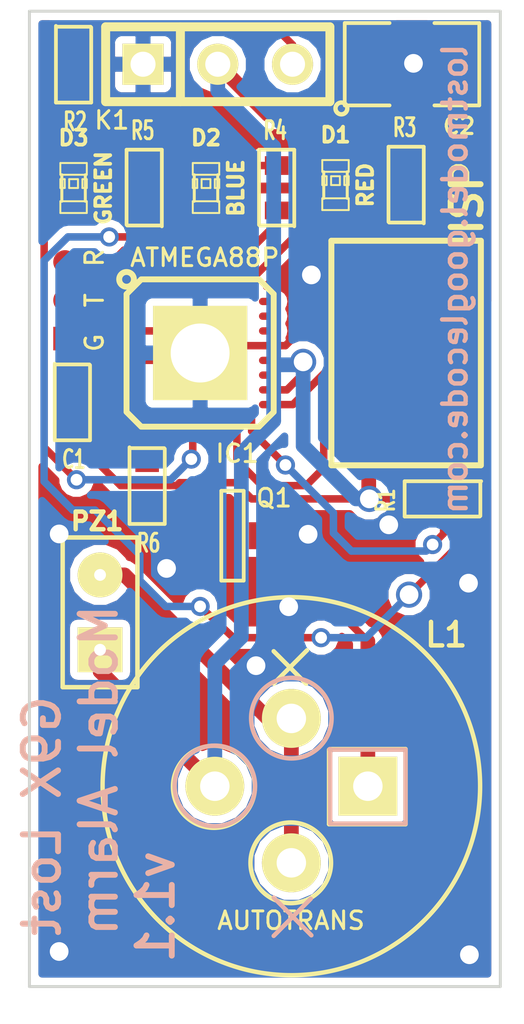
<source format=kicad_pcb>
(kicad_pcb (version 4) (host pcbnew 4.0.4-stable)

  (general
    (links 43)
    (no_connects 0)
    (area 59.039999 44.389999 75.140001 77.590001)
    (thickness 1.6)
    (drawings 24)
    (tracks 224)
    (zones 0)
    (modules 18)
    (nets 36)
  )

  (page A4 portrait)
  (title_block
    (title "Lost Model Alarm")
    (date "28 nov 2014")
    (rev 1.1)
  )

  (layers
    (0 F.Cu signal)
    (31 B.Cu signal)
    (32 B.Adhes user)
    (33 F.Adhes user)
    (34 B.Paste user)
    (35 F.Paste user)
    (36 B.SilkS user)
    (37 F.SilkS user)
    (38 B.Mask user)
    (39 F.Mask user)
    (40 Dwgs.User user)
    (41 Cmts.User user)
    (42 Eco1.User user)
    (43 Eco2.User user)
    (44 Edge.Cuts user)
  )

  (setup
    (last_trace_width 0.254)
    (user_trace_width 0.15)
    (user_trace_width 0.25)
    (user_trace_width 0.5)
    (user_trace_width 1)
    (trace_clearance 0.15)
    (zone_clearance 0.254)
    (zone_45_only no)
    (trace_min 0.15)
    (segment_width 0.15)
    (edge_width 0.1)
    (via_size 0.889)
    (via_drill 0.635)
    (via_min_size 0.65)
    (via_min_drill 0.4)
    (user_via 0.65 0.4)
    (uvia_size 0.508)
    (uvia_drill 0.127)
    (uvias_allowed no)
    (uvia_min_size 0.508)
    (uvia_min_drill 0.127)
    (pcb_text_width 0.3)
    (pcb_text_size 1.5 1.5)
    (mod_edge_width 0.15)
    (mod_text_size 1 1)
    (mod_text_width 0.15)
    (pad_size 0.8 0.8)
    (pad_drill 0)
    (pad_to_mask_clearance 0)
    (aux_axis_origin 51 35)
    (visible_elements 7FFFFFFF)
    (pcbplotparams
      (layerselection 0x00030_80000001)
      (usegerberextensions true)
      (excludeedgelayer true)
      (linewidth 0.150000)
      (plotframeref false)
      (viasonmask false)
      (mode 1)
      (useauxorigin false)
      (hpglpennumber 1)
      (hpglpenspeed 20)
      (hpglpendiameter 15)
      (hpglpenoverlay 2)
      (psnegative false)
      (psa4output false)
      (plotreference true)
      (plotvalue true)
      (plotinvisibletext false)
      (padsonsilk false)
      (subtractmaskfromsilk false)
      (outputformat 1)
      (mirror false)
      (drillshape 0)
      (scaleselection 1)
      (outputdirectory production/))
  )

  (net 0 "")
  (net 1 +5V)
  (net 2 /LED01)
  (net 3 /LED02)
  (net 4 /LED03)
  (net 5 /MISO)
  (net 6 /MOSI)
  (net 7 /RESET)
  (net 8 /SCK)
  (net 9 /SIG)
  (net 10 GND)
  (net 11 "Net-(D1-Pad1)")
  (net 12 "Net-(D2-Pad1)")
  (net 13 "Net-(D3-Pad1)")
  (net 14 "Net-(IC1-Pad32)")
  (net 15 "Net-(IC1-Pad1)")
  (net 16 "Net-(IC1-Pad2)")
  (net 17 "Net-(IC1-Pad7)")
  (net 18 "Net-(IC1-Pad8)")
  (net 19 "Net-(IC1-Pad9)")
  (net 20 "Net-(IC1-Pad10)")
  (net 21 "Net-(IC1-Pad11)")
  (net 22 "Net-(IC1-Pad12)")
  (net 23 "Net-(IC1-Pad13)")
  (net 24 "Net-(IC1-Pad14)")
  (net 25 "Net-(IC1-Pad19)")
  (net 26 "Net-(IC1-Pad20)")
  (net 27 "Net-(IC1-Pad22)")
  (net 28 "Net-(IC1-Pad23)")
  (net 29 "Net-(IC1-Pad24)")
  (net 30 "Net-(IC1-Pad28)")
  (net 31 "Net-(IC1-Pad30)")
  (net 32 "Net-(IC1-Pad31)")
  (net 33 "Net-(L1-Pad1)")
  (net 34 "Net-(L1-Pad3)")
  (net 35 "Net-(Q1-Pad1)")

  (net_class Default "This is the default net class."
    (clearance 0.15)
    (trace_width 0.254)
    (via_dia 0.889)
    (via_drill 0.635)
    (uvia_dia 0.508)
    (uvia_drill 0.127)
    (add_net +5V)
    (add_net /LED01)
    (add_net /LED02)
    (add_net /LED03)
    (add_net /MISO)
    (add_net /MOSI)
    (add_net /RESET)
    (add_net /SCK)
    (add_net /SIG)
    (add_net GND)
    (add_net "Net-(D1-Pad1)")
    (add_net "Net-(D2-Pad1)")
    (add_net "Net-(D3-Pad1)")
    (add_net "Net-(IC1-Pad1)")
    (add_net "Net-(IC1-Pad10)")
    (add_net "Net-(IC1-Pad11)")
    (add_net "Net-(IC1-Pad12)")
    (add_net "Net-(IC1-Pad13)")
    (add_net "Net-(IC1-Pad14)")
    (add_net "Net-(IC1-Pad19)")
    (add_net "Net-(IC1-Pad2)")
    (add_net "Net-(IC1-Pad20)")
    (add_net "Net-(IC1-Pad22)")
    (add_net "Net-(IC1-Pad23)")
    (add_net "Net-(IC1-Pad24)")
    (add_net "Net-(IC1-Pad28)")
    (add_net "Net-(IC1-Pad30)")
    (add_net "Net-(IC1-Pad31)")
    (add_net "Net-(IC1-Pad32)")
    (add_net "Net-(IC1-Pad7)")
    (add_net "Net-(IC1-Pad8)")
    (add_net "Net-(IC1-Pad9)")
    (add_net "Net-(L1-Pad1)")
    (add_net "Net-(L1-Pad3)")
    (add_net "Net-(Q1-Pad1)")
  )

  (module SM1210_GRUVIN_POL (layer F.Cu) (tedit 54713C4A) (tstamp 51B69BD8)
    (at 72.09 46.24)
    (descr "SM1210 capacitor with + symbol on pin 2")
    (path /4ED087CB)
    (attr smd)
    (fp_text reference C2 (at 1.6 2.1) (layer F.SilkS)
      (effects (font (size 0.55118 0.55118) (thickness 0.10922)))
    )
    (fp_text value 22u (at -1.36906 -0.04064 90) (layer F.SilkS) hide
      (effects (font (size 0.508 0.508) (thickness 0.10922)))
    )
    (fp_circle (center -2.4 1.5) (end -2.2 1.5) (layer F.SilkS) (width 0.15))
    (fp_line (start -0.762 -1.397) (end -2.286 -1.397) (layer F.SilkS) (width 0.127))
    (fp_line (start -2.286 -1.397) (end -2.286 1.397) (layer F.SilkS) (width 0.127))
    (fp_line (start -2.286 1.397) (end -0.762 1.397) (layer F.SilkS) (width 0.127))
    (fp_line (start 0.762 1.397) (end 2.286 1.397) (layer F.SilkS) (width 0.127))
    (fp_line (start 2.286 1.397) (end 2.286 -1.397) (layer F.SilkS) (width 0.127))
    (fp_line (start 2.286 -1.397) (end 0.762 -1.397) (layer F.SilkS) (width 0.127))
    (pad 1 smd rect (at -1.524 0) (size 1.27 2.54) (layers F.Cu F.Paste F.Mask)
      (net 1 +5V))
    (pad 2 smd rect (at 1.524 0) (size 1.27 2.54) (layers F.Cu F.Paste F.Mask)
      (net 10 GND))
    (model Capacitors_SMD.3dshapes/C_1206.wrl
      (at (xyz 0 0 0))
      (scale (xyz 1 1 1))
      (rotate (xyz 0 0 0))
    )
  )

  (module gruvin:MLF-32_2mmVIA_SINK (layer F.Cu) (tedit 5478F7A4) (tstamp 51B69D9E)
    (at 64.89 56.04)
    (path /4ECC4939)
    (fp_text reference IC1 (at 1.26 3.41) (layer F.SilkS)
      (effects (font (size 0.6 0.6) (thickness 0.1)))
    )
    (fp_text value ATMEGA88P (at 0.16 -3.24) (layer F.SilkS)
      (effects (font (size 0.6 0.6) (thickness 0.1)))
    )
    (fp_circle (center -2.5 -2.5) (end -2.5 -2.25) (layer F.SilkS) (width 0.2))
    (fp_line (start -2 -2.5) (end 2 -2.5) (layer F.SilkS) (width 0.2))
    (fp_line (start 2 -2.5) (end 2.5 -2) (layer F.SilkS) (width 0.2))
    (fp_line (start 2.5 -2) (end 2.5 2) (layer F.SilkS) (width 0.2))
    (fp_line (start 2.5 2) (end 2 2.5) (layer F.SilkS) (width 0.2))
    (fp_line (start 2 2.5) (end -2 2.5) (layer F.SilkS) (width 0.2))
    (fp_line (start -2 2.5) (end -2.5 2) (layer F.SilkS) (width 0.2))
    (fp_line (start -2.5 2) (end -2.5 -2) (layer F.SilkS) (width 0.2))
    (fp_line (start -2.5 -2) (end -2 -2.5) (layer F.SilkS) (width 0.2))
    (pad 32 smd oval (at -1.75 -2.5) (size 0.25 0.7) (drill (offset 0 0.15)) (layers F.Cu F.Paste F.Mask)
      (net 14 "Net-(IC1-Pad32)") (solder_mask_margin 0.05) (clearance 0.125))
    (pad 1 smd oval (at -2.5 -1.75) (size 0.7 0.25) (drill (offset 0.15 0)) (layers F.Cu F.Paste F.Mask)
      (net 15 "Net-(IC1-Pad1)") (solder_mask_margin 0.05) (clearance 0.125))
    (pad 2 smd oval (at -2.5 -1.25) (size 0.7 0.25) (drill (offset 0.15 0)) (layers F.Cu F.Paste F.Mask)
      (net 16 "Net-(IC1-Pad2)") (solder_mask_margin 0.05) (clearance 0.125))
    (pad 3 smd oval (at -2.5 -0.75) (size 0.7 0.25) (drill (offset 0.15 0)) (layers F.Cu F.Paste F.Mask)
      (net 10 GND) (solder_mask_margin 0.05) (clearance 0.125))
    (pad 4 smd oval (at -2.5 -0.25) (size 0.7 0.25) (drill (offset 0.15 0)) (layers F.Cu F.Paste F.Mask)
      (net 1 +5V) (solder_mask_margin 0.05) (clearance 0.125))
    (pad 5 smd oval (at -2.5 0.25) (size 0.7 0.25) (drill (offset 0.15 0)) (layers F.Cu F.Paste F.Mask)
      (net 10 GND) (solder_mask_margin 0.05) (clearance 0.125))
    (pad 6 smd oval (at -2.5 0.75) (size 0.7 0.25) (drill (offset 0.15 0)) (layers F.Cu F.Paste F.Mask)
      (net 1 +5V) (solder_mask_margin 0.05) (clearance 0.125))
    (pad 7 smd oval (at -2.5 1.25) (size 0.7 0.25) (drill (offset 0.15 0)) (layers F.Cu F.Paste F.Mask)
      (net 17 "Net-(IC1-Pad7)") (solder_mask_margin 0.05) (clearance 0.125))
    (pad 8 smd oval (at -2.5 1.75) (size 0.7 0.25) (drill (offset 0.15 0)) (layers F.Cu F.Paste F.Mask)
      (net 18 "Net-(IC1-Pad8)") (solder_mask_margin 0.05) (clearance 0.125))
    (pad 9 smd oval (at -1.75 2.5) (size 0.25 0.7) (drill (offset 0 -0.15)) (layers F.Cu F.Paste F.Mask)
      (net 19 "Net-(IC1-Pad9)") (solder_mask_margin 0.05) (clearance 0.125))
    (pad 10 smd oval (at -1.25 2.5) (size 0.25 0.7) (drill (offset 0 -0.15)) (layers F.Cu F.Paste F.Mask)
      (net 20 "Net-(IC1-Pad10)") (solder_mask_margin 0.05) (clearance 0.125))
    (pad 11 smd oval (at -0.75 2.5) (size 0.25 0.7) (drill (offset 0 -0.15)) (layers F.Cu F.Paste F.Mask)
      (net 21 "Net-(IC1-Pad11)") (solder_mask_margin 0.05) (clearance 0.125))
    (pad 12 smd oval (at -0.25 2.5) (size 0.25 0.7) (drill (offset 0 -0.15)) (layers F.Cu F.Paste F.Mask)
      (net 22 "Net-(IC1-Pad12)") (solder_mask_margin 0.05) (clearance 0.125))
    (pad 13 smd oval (at 0.25 2.5) (size 0.25 0.7) (drill (offset 0 -0.15)) (layers F.Cu F.Paste F.Mask)
      (net 23 "Net-(IC1-Pad13)") (solder_mask_margin 0.05) (clearance 0.125))
    (pad 14 smd oval (at 0.75 2.5) (size 0.25 0.7) (drill (offset 0 -0.15)) (layers F.Cu F.Paste F.Mask)
      (net 24 "Net-(IC1-Pad14)") (solder_mask_margin 0.05) (clearance 0.125))
    (pad 15 smd oval (at 1.25 2.5) (size 0.25 0.7) (drill (offset 0 -0.15)) (layers F.Cu F.Paste F.Mask)
      (net 6 /MOSI) (solder_mask_margin 0.05) (clearance 0.125))
    (pad 16 smd oval (at 1.75 2.5) (size 0.25 0.7) (drill (offset 0 -0.15)) (layers F.Cu F.Paste F.Mask)
      (net 5 /MISO) (solder_mask_margin 0.05) (clearance 0.125))
    (pad 17 smd oval (at 2.5 1.75) (size 0.7 0.25) (drill (offset -0.15 0)) (layers F.Cu F.Paste F.Mask)
      (net 8 /SCK) (solder_mask_margin 0.05) (clearance 0.125))
    (pad 17 smd oval (at 2.5 1.75) (size 0.7 0.25) (drill (offset -0.15 0)) (layers F.Cu F.Paste F.Mask)
      (net 8 /SCK) (solder_mask_margin 0.05) (clearance 0.125))
    (pad 18 smd oval (at 2.5 1.25) (size 0.7 0.25) (drill (offset -0.15 0)) (layers F.Cu F.Paste F.Mask)
      (net 1 +5V) (solder_mask_margin 0.05) (clearance 0.125))
    (pad 19 smd oval (at 2.5 0.75) (size 0.7 0.25) (drill (offset -0.15 0)) (layers F.Cu F.Paste F.Mask)
      (net 25 "Net-(IC1-Pad19)") (solder_mask_margin 0.05) (clearance 0.125))
    (pad 20 smd oval (at 2.5 0.25) (size 0.7 0.25) (drill (offset -0.15 0)) (layers F.Cu F.Paste F.Mask)
      (net 26 "Net-(IC1-Pad20)") (solder_mask_margin 0.05) (clearance 0.125))
    (pad 21 smd oval (at 2.5 -0.25) (size 0.7 0.25) (drill (offset -0.15 0)) (layers F.Cu F.Paste F.Mask)
      (net 10 GND) (solder_mask_margin 0.05) (clearance 0.125))
    (pad 22 smd oval (at 2.5 -0.75) (size 0.7 0.25) (drill (offset -0.15 0)) (layers F.Cu F.Paste F.Mask)
      (net 27 "Net-(IC1-Pad22)") (solder_mask_margin 0.05) (clearance 0.125))
    (pad 23 smd oval (at 2.5 -1.25) (size 0.7 0.25) (drill (offset -0.15 0)) (layers F.Cu F.Paste F.Mask)
      (net 28 "Net-(IC1-Pad23)") (solder_mask_margin 0.05) (clearance 0.125))
    (pad 24 smd oval (at 2.5 -1.75) (size 0.7 0.25) (drill (offset -0.15 0)) (layers F.Cu F.Paste F.Mask)
      (net 29 "Net-(IC1-Pad24)") (solder_mask_margin 0.05) (clearance 0.125))
    (pad 25 smd oval (at 1.75 -2.5) (size 0.25 0.7) (drill (offset 0 0.15)) (layers F.Cu F.Paste F.Mask)
      (net 2 /LED01) (solder_mask_margin 0.05) (clearance 0.125))
    (pad 26 smd oval (at 1.25 -2.5) (size 0.25 0.7) (drill (offset 0 0.15)) (layers F.Cu F.Paste F.Mask)
      (net 3 /LED02) (solder_mask_margin 0.05) (clearance 0.125))
    (pad 27 smd oval (at 0.75 -2.5) (size 0.25 0.7) (drill (offset 0 0.15)) (layers F.Cu F.Paste F.Mask)
      (net 4 /LED03) (solder_mask_margin 0.05) (clearance 0.125))
    (pad 28 smd oval (at 0.25 -2.5) (size 0.25 0.7) (drill (offset 0 0.15)) (layers F.Cu F.Paste F.Mask)
      (net 30 "Net-(IC1-Pad28)") (solder_mask_margin 0.05) (clearance 0.125))
    (pad 29 smd oval (at -0.25 -2.5) (size 0.25 0.7) (drill (offset 0 0.15)) (layers F.Cu F.Paste F.Mask)
      (net 7 /RESET) (solder_mask_margin 0.05) (clearance 0.125))
    (pad 30 smd oval (at -0.75 -2.5) (size 0.25 0.7) (drill (offset 0 0.15)) (layers F.Cu F.Paste F.Mask)
      (net 31 "Net-(IC1-Pad30)") (solder_mask_margin 0.05) (clearance 0.125))
    (pad 31 smd oval (at -1.25 -2.5) (size 0.25 0.7) (drill (offset 0 0.15)) (layers F.Cu F.Paste F.Mask)
      (net 32 "Net-(IC1-Pad31)") (solder_mask_margin 0.05) (clearance 0.125))
    (pad 32 smd oval (at -1.75 -2.5) (size 0.25 0.7) (drill (offset 0 0.15)) (layers F.Cu F.Paste F.Mask)
      (net 14 "Net-(IC1-Pad32)") (solder_mask_margin 0.05) (clearance 0.125))
    (pad 0 thru_hole rect (at 0 0) (size 3.2 3.2) (drill 2) (layers *.Cu *.Mask F.SilkS)
      (net 10 GND))
    (model ${KIPRJMOD}/share/packages3d/smd/ATmega88P-MLF32.wrl
      (at (xyz 0 0 0))
      (scale (xyz 0.3937 0.3937 0.3937))
      (rotate (xyz 0 0 0))
    )
  )

  (module gruvin:TRI-3 (layer F.Cu) (tedit 5478F7B5) (tstamp 54710518)
    (at 67.99 70.74 180)
    (descr "Inductor 3 pin")
    (tags "inductor 3pin")
    (path /5470FC2F)
    (attr smd)
    (fp_text reference L1 (at -5.26 5.14 180) (layer F.SilkS)
      (effects (font (size 0.8 0.8) (thickness 0.15)))
    )
    (fp_text value AUTOTRANS (at 0.01 -4.56 180) (layer F.SilkS)
      (effects (font (size 0.6 0.6) (thickness 0.1)))
    )
    (fp_circle (center 0 0) (end 5.5 3.3) (layer F.SilkS) (width 0.15))
    (pad 1 thru_hole rect (at -2.6 0 180) (size 2 2) (drill 1) (layers *.Cu *.Mask F.SilkS)
      (net 33 "Net-(L1-Pad1)"))
    (pad 2 thru_hole circle (at 2.6 0 180) (size 2 2) (drill 1) (layers *.Cu *.Mask F.SilkS)
      (net 1 +5V))
    (pad 3 thru_hole circle (at 0 -2.6 180) (size 2 2) (drill 1) (layers *.Cu *.Mask F.SilkS)
      (net 34 "Net-(L1-Pad3)"))
    (pad 3 thru_hole circle (at 0 2.3 180) (size 2 2) (drill 1) (layers *.Cu *.Mask F.SilkS)
      (net 34 "Net-(L1-Pad3)"))
  )

  (module gruvin:PIN_ARRAY_3x2_GRUVIN (layer F.Cu) (tedit 54713F56) (tstamp 51B69DBF)
    (at 71.89 56.04 90)
    (descr "Double rangee de contacts 2 x 4 pins")
    (tags CONN)
    (path /4ECB2EE0)
    (fp_text reference P1 (at 5.1 0.1 90) (layer F.SilkS) hide
      (effects (font (size 1.016 1.016) (thickness 0.2032)))
    )
    (fp_text value ISP (at 5.27 2.07 90) (layer F.SilkS)
      (effects (font (size 1.016 1.016) (thickness 0.2032)))
    )
    (fp_line (start 3.81 2.54) (end -3.81 2.54) (layer F.SilkS) (width 0.2032))
    (fp_line (start -3.81 -2.54) (end 3.81 -2.54) (layer F.SilkS) (width 0.2032))
    (fp_line (start 3.81 -2.54) (end 3.81 2.54) (layer F.SilkS) (width 0.2032))
    (fp_line (start -3.81 2.54) (end -3.81 -2.54) (layer F.SilkS) (width 0.2032))
    (pad 1 smd rect (at -2.54 1.27 90) (size 1.69926 1.89992) (layers F.Cu F.Paste F.Mask)
      (net 5 /MISO))
    (pad 2 smd circle (at -2.54 -1.27 90) (size 1.69926 1.69926) (layers F.Cu F.Paste F.Mask)
      (net 1 +5V))
    (pad 3 smd circle (at 0 1.27 90) (size 1.69926 1.69926) (layers F.Cu F.Paste F.Mask)
      (net 8 /SCK))
    (pad 4 smd circle (at 0 -1.27 90) (size 1.69926 1.69926) (layers F.Cu F.Paste F.Mask)
      (net 6 /MOSI))
    (pad 5 smd circle (at 2.54 1.27 90) (size 1.69926 1.69926) (layers F.Cu F.Paste F.Mask)
      (net 7 /RESET))
    (pad 6 smd circle (at 2.54 -1.27 90) (size 1.69926 1.69926) (layers F.Cu F.Paste F.Mask)
      (net 10 GND))
  )

  (module gruvin:PIN_ARRAY_2X1 (layer F.Cu) (tedit 5471A1BE) (tstamp 54713425)
    (at 61.49 64.84 90)
    (descr "Connecteurs 2 pins")
    (tags "CONN DEV")
    (path /51A7493C)
    (fp_text reference PZ1 (at 3.09 -0.1 180) (layer F.SilkS)
      (effects (font (size 0.6 0.6) (thickness 0.15)))
    )
    (fp_text value PIEZO (at -0.85 -3.34 90) (layer F.SilkS) hide
      (effects (font (size 0.762 0.762) (thickness 0.1524)))
    )
    (fp_line (start -2.54 1.27) (end -2.54 -1.27) (layer F.SilkS) (width 0.1524))
    (fp_line (start -2.54 -1.27) (end 2.54 -1.27) (layer F.SilkS) (width 0.1524))
    (fp_line (start 2.54 -1.27) (end 2.54 1.27) (layer F.SilkS) (width 0.1524))
    (fp_line (start 2.54 1.27) (end -2.54 1.27) (layer F.SilkS) (width 0.1524))
    (pad 1 thru_hole rect (at -1.27 0 90) (size 1.524 1.524) (drill 0.4) (layers *.Cu *.Mask F.SilkS)
      (net 1 +5V))
    (pad 2 thru_hole circle (at 1.27 0 90) (size 1.524 1.524) (drill 0.4) (layers *.Cu *.Mask F.SilkS)
      (net 34 "Net-(L1-Pad3)"))
  )

  (module gruvin:SIL-3 (layer F.Cu) (tedit 5473ACEC) (tstamp 54710524)
    (at 65.49 46.24)
    (descr "Connecteur 3 pins")
    (tags "CONN DEV")
    (path /5470FFF1)
    (fp_text reference K1 (at -3.6 1.9) (layer F.SilkS)
      (effects (font (size 0.6 0.6) (thickness 0.1)))
    )
    (fp_text value CONN_3 (at -7.4 0.94 90) (layer F.SilkS) hide
      (effects (font (size 0.8 0.8) (thickness 0.15)))
    )
    (fp_line (start -3.81 1.27) (end -3.81 -1.27) (layer F.SilkS) (width 0.3048))
    (fp_line (start -3.81 -1.27) (end 3.81 -1.27) (layer F.SilkS) (width 0.3048))
    (fp_line (start 3.81 -1.27) (end 3.81 1.27) (layer F.SilkS) (width 0.3048))
    (fp_line (start 3.81 1.27) (end -3.81 1.27) (layer F.SilkS) (width 0.3048))
    (fp_line (start -1.27 -1.27) (end -1.27 1.27) (layer F.SilkS) (width 0.3048))
    (pad 1 thru_hole rect (at -2.54 0) (size 1.397 1.397) (drill 0.85) (layers *.Cu *.Mask F.SilkS)
      (net 10 GND))
    (pad 2 thru_hole circle (at 0 0) (size 1.397 1.397) (drill 0.85) (layers *.Cu *.Mask F.SilkS)
      (net 1 +5V))
    (pad 3 thru_hole circle (at 2.54 0) (size 1.397 1.397) (drill 0.85) (layers *.Cu *.Mask F.SilkS)
      (net 9 /SIG))
  )

  (module gruvin:SOT23-BCE (layer F.Cu) (tedit 5478F7AE) (tstamp 51B6D1C8)
    (at 65.99 62.24 90)
    (descr "Module CMS SOT23 Transistore EBC")
    (tags "CMS SOT")
    (path /51B6AE78)
    (attr smd)
    (fp_text reference Q1 (at 1.28 1.41 180) (layer F.SilkS)
      (effects (font (size 0.6 0.6) (thickness 0.1)))
    )
    (fp_text value BC847C (at 1.17 -7.87 90) (layer F.SilkS) hide
      (effects (font (size 0.762 0.762) (thickness 0.15)))
    )
    (fp_line (start -1.524 -0.381) (end 1.524 -0.381) (layer F.SilkS) (width 0.127))
    (fp_line (start 1.524 -0.381) (end 1.524 0.381) (layer F.SilkS) (width 0.127))
    (fp_line (start 1.524 0.381) (end -1.524 0.381) (layer F.SilkS) (width 0.127))
    (fp_line (start -1.524 0.381) (end -1.524 -0.381) (layer F.SilkS) (width 0.127))
    (pad 2 smd rect (at -0.889 -1.016 90) (size 0.9144 0.9144) (layers F.Cu F.Paste F.Mask)
      (net 10 GND))
    (pad 1 smd rect (at 0.889 -1.016 90) (size 0.9144 0.9144) (layers F.Cu F.Paste F.Mask)
      (net 35 "Net-(Q1-Pad1)"))
    (pad 3 smd rect (at 0 1.016 90) (size 0.9144 0.9144) (layers F.Cu F.Paste F.Mask)
      (net 33 "Net-(L1-Pad1)"))
    (model TO_SOT_Packages_SMD.3dshapes/SOT-23.wrl
      (at (xyz 0 0 0))
      (scale (xyz 1 1 1))
      (rotate (xyz 0 0 180))
    )
  )

  (module gruvin:SM0603_GRUVIN (layer F.Cu) (tedit 5478F792) (tstamp 51B69E05)
    (at 63.09 60.54 90)
    (path /51A7498E)
    (attr smd)
    (fp_text reference R6 (at -1.95 0.05 180) (layer F.SilkS)
      (effects (font (size 0.61214 0.39878) (thickness 0.09906)))
    )
    (fp_text value 1K (at 0 0 90) (layer F.SilkS) hide
      (effects (font (size 0.7112 0.4572) (thickness 0.1143)))
    )
    (fp_line (start -1.30048 0.59944) (end 1.24968 0.59944) (layer F.SilkS) (width 0.127))
    (fp_line (start 1.30048 -0.59944) (end -1.30048 -0.59944) (layer F.SilkS) (width 0.127))
    (fp_line (start -1.30048 -0.59944) (end -1.30048 0.59944) (layer F.SilkS) (width 0.127))
    (fp_line (start 1.27254 -0.58928) (end 1.27254 0.57912) (layer F.SilkS) (width 0.127))
    (pad 1 smd rect (at -0.762 0 90) (size 0.635 0.8001) (layers F.Cu F.Paste F.Mask)
      (net 35 "Net-(Q1-Pad1)"))
    (pad 2 smd rect (at 0.762 0 90) (size 0.6 0.8) (layers F.Cu F.Paste F.Mask)
      (net 19 "Net-(IC1-Pad9)"))
    (model Resistors_SMD.3dshapes/R_0603.wrl
      (at (xyz 0 0 0))
      (scale (xyz 1 1 1))
      (rotate (xyz 0 0 0))
    )
  )

  (module gruvin:SM0603_GRUVIN (layer F.Cu) (tedit 5478F792) (tstamp 51B69BCA)
    (at 60.55 57.7 90)
    (path /4ED087A6)
    (attr smd)
    (fp_text reference C1 (at -1.95 0.05 180) (layer F.SilkS)
      (effects (font (size 0.61214 0.39878) (thickness 0.09906)))
    )
    (fp_text value 0u1 (at 0 0 90) (layer F.SilkS) hide
      (effects (font (size 0.7112 0.4572) (thickness 0.1143)))
    )
    (fp_line (start -1.30048 0.59944) (end 1.24968 0.59944) (layer F.SilkS) (width 0.127))
    (fp_line (start 1.30048 -0.59944) (end -1.30048 -0.59944) (layer F.SilkS) (width 0.127))
    (fp_line (start -1.30048 -0.59944) (end -1.30048 0.59944) (layer F.SilkS) (width 0.127))
    (fp_line (start 1.27254 -0.58928) (end 1.27254 0.57912) (layer F.SilkS) (width 0.127))
    (pad 1 smd rect (at -0.762 0 90) (size 0.635 0.8001) (layers F.Cu F.Paste F.Mask)
      (net 1 +5V))
    (pad 2 smd rect (at 0.762 0 90) (size 0.6 0.8) (layers F.Cu F.Paste F.Mask)
      (net 10 GND))
    (model smd/chip_cms.wrl
      (at (xyz 0 0 0))
      (scale (xyz 0.08 0.08 0.08))
      (rotate (xyz 0 0 0))
    )
    (model Capacitors_SMD.3dshapes/C_0603.wrl
      (at (xyz 0 0 0))
      (scale (xyz 1 1 1))
      (rotate (xyz 0 0 0))
    )
  )

  (module gruvin:TP-3 (layer F.Cu) (tedit 5478F827) (tstamp 5478F456)
    (at 60.3 54.25 90)
    (descr "Connecteur 3 pins")
    (tags "CONN DEV")
    (path /5478F3CC)
    (fp_text reference K2 (at -0.1 -2.8 90) (layer F.SilkS) hide
      (effects (font (size 0.6 0.6) (thickness 0.1)))
    )
    (fp_text value "G  T  R" (at 0 1 90) (layer F.SilkS)
      (effects (font (size 0.6 0.6) (thickness 0.1)))
    )
    (pad 1 smd rect (at -1.3 0 90) (size 0.8 0.8) (layers F.Cu F.Paste F.Mask)
      (net 10 GND))
    (pad 2 smd circle (at 0 0 90) (size 0.8 0.8) (layers F.Cu F.Paste F.Mask)
      (net 32 "Net-(IC1-Pad31)"))
    (pad 3 smd circle (at 1.3 0 90) (size 0.8 0.8) (layers F.Cu F.Paste F.Mask)
      (net 31 "Net-(IC1-Pad30)"))
  )

  (module gruvin:SM0603_GRUVIN (layer F.Cu) (tedit 5478F792) (tstamp 54710500)
    (at 60.59 46.24 90)
    (path /547100F8)
    (attr smd)
    (fp_text reference R2 (at -1.95 0.05 180) (layer F.SilkS)
      (effects (font (size 0.61214 0.39878) (thickness 0.09906)))
    )
    (fp_text value 200 (at 0 0 90) (layer F.SilkS) hide
      (effects (font (size 0.7112 0.4572) (thickness 0.1143)))
    )
    (fp_line (start -1.30048 0.59944) (end 1.24968 0.59944) (layer F.SilkS) (width 0.127))
    (fp_line (start 1.30048 -0.59944) (end -1.30048 -0.59944) (layer F.SilkS) (width 0.127))
    (fp_line (start -1.30048 -0.59944) (end -1.30048 0.59944) (layer F.SilkS) (width 0.127))
    (fp_line (start 1.27254 -0.58928) (end 1.27254 0.57912) (layer F.SilkS) (width 0.127))
    (pad 1 smd rect (at -0.762 0 90) (size 0.635 0.8001) (layers F.Cu F.Paste F.Mask)
      (net 22 "Net-(IC1-Pad12)"))
    (pad 2 smd rect (at 0.762 0 90) (size 0.6 0.8) (layers F.Cu F.Paste F.Mask)
      (net 9 /SIG))
    (model Resistors_SMD.3dshapes/R_0603.wrl
      (at (xyz 0 0 0))
      (scale (xyz 1 1 1))
      (rotate (xyz 0 0 0))
    )
  )

  (module gruvin:SM0603_GRUVIN (layer F.Cu) (tedit 5478F792) (tstamp 51B69E69)
    (at 71.89 50.34 270)
    (path /51A743EB)
    (attr smd)
    (fp_text reference R3 (at -1.95 0.05 360) (layer F.SilkS)
      (effects (font (size 0.61214 0.39878) (thickness 0.09906)))
    )
    (fp_text value 1K (at 0 0 270) (layer F.SilkS) hide
      (effects (font (size 0.7112 0.4572) (thickness 0.1143)))
    )
    (fp_line (start -1.30048 0.59944) (end 1.24968 0.59944) (layer F.SilkS) (width 0.127))
    (fp_line (start 1.30048 -0.59944) (end -1.30048 -0.59944) (layer F.SilkS) (width 0.127))
    (fp_line (start -1.30048 -0.59944) (end -1.30048 0.59944) (layer F.SilkS) (width 0.127))
    (fp_line (start 1.27254 -0.58928) (end 1.27254 0.57912) (layer F.SilkS) (width 0.127))
    (pad 1 smd rect (at -0.762 0 270) (size 0.635 0.8001) (layers F.Cu F.Paste F.Mask)
      (net 11 "Net-(D1-Pad1)"))
    (pad 2 smd rect (at 0.762 0 270) (size 0.6 0.8) (layers F.Cu F.Paste F.Mask)
      (net 2 /LED01))
    (model Resistors_SMD.3dshapes/R_0603.wrl
      (at (xyz 0 0 0))
      (scale (xyz 1 1 1))
      (rotate (xyz 0 0 0))
    )
  )

  (module gruvin:SM0603_GRUVIN (layer F.Cu) (tedit 5478F792) (tstamp 51B69E5F)
    (at 67.49 50.44 270)
    (path /51A743EE)
    (attr smd)
    (fp_text reference R4 (at -1.95 0.05 360) (layer F.SilkS)
      (effects (font (size 0.61214 0.39878) (thickness 0.09906)))
    )
    (fp_text value 3K9 (at 0 0 270) (layer F.SilkS) hide
      (effects (font (size 0.7112 0.4572) (thickness 0.1143)))
    )
    (fp_line (start -1.30048 0.59944) (end 1.24968 0.59944) (layer F.SilkS) (width 0.127))
    (fp_line (start 1.30048 -0.59944) (end -1.30048 -0.59944) (layer F.SilkS) (width 0.127))
    (fp_line (start -1.30048 -0.59944) (end -1.30048 0.59944) (layer F.SilkS) (width 0.127))
    (fp_line (start 1.27254 -0.58928) (end 1.27254 0.57912) (layer F.SilkS) (width 0.127))
    (pad 1 smd rect (at -0.762 0 270) (size 0.635 0.8001) (layers F.Cu F.Paste F.Mask)
      (net 12 "Net-(D2-Pad1)"))
    (pad 2 smd rect (at 0.762 0 270) (size 0.6 0.8) (layers F.Cu F.Paste F.Mask)
      (net 3 /LED02))
    (model Resistors_SMD.3dshapes/R_0603.wrl
      (at (xyz 0 0 0))
      (scale (xyz 1 1 1))
      (rotate (xyz 0 0 0))
    )
  )

  (module gruvin:SM0603_GRUVIN (layer F.Cu) (tedit 5478F792) (tstamp 51B69E55)
    (at 62.99 50.44 270)
    (path /51A743F1)
    (attr smd)
    (fp_text reference R5 (at -1.95 0.05 360) (layer F.SilkS)
      (effects (font (size 0.61214 0.39878) (thickness 0.09906)))
    )
    (fp_text value 1K5 (at 0 0 270) (layer F.SilkS) hide
      (effects (font (size 0.7112 0.4572) (thickness 0.1143)))
    )
    (fp_line (start -1.30048 0.59944) (end 1.24968 0.59944) (layer F.SilkS) (width 0.127))
    (fp_line (start 1.30048 -0.59944) (end -1.30048 -0.59944) (layer F.SilkS) (width 0.127))
    (fp_line (start -1.30048 -0.59944) (end -1.30048 0.59944) (layer F.SilkS) (width 0.127))
    (fp_line (start 1.27254 -0.58928) (end 1.27254 0.57912) (layer F.SilkS) (width 0.127))
    (pad 1 smd rect (at -0.762 0 270) (size 0.635 0.8001) (layers F.Cu F.Paste F.Mask)
      (net 13 "Net-(D3-Pad1)"))
    (pad 2 smd rect (at 0.762 0 270) (size 0.6 0.8) (layers F.Cu F.Paste F.Mask)
      (net 4 /LED03))
    (model Resistors_SMD.3dshapes/R_0603.wrl
      (at (xyz 0 0 0))
      (scale (xyz 1 1 1))
      (rotate (xyz 0 0 0))
    )
  )

  (module gruvin:SM0603_GRUVIN (layer F.Cu) (tedit 5478F792) (tstamp 51B69E0F)
    (at 73.14 60.99)
    (path /4ECC49EE)
    (attr smd)
    (fp_text reference R1 (at -1.95 0.05 90) (layer F.SilkS)
      (effects (font (size 0.61214 0.39878) (thickness 0.09906)))
    )
    (fp_text value 5K6 (at 0 0) (layer F.SilkS) hide
      (effects (font (size 0.7112 0.4572) (thickness 0.1143)))
    )
    (fp_line (start -1.30048 0.59944) (end 1.24968 0.59944) (layer F.SilkS) (width 0.127))
    (fp_line (start 1.30048 -0.59944) (end -1.30048 -0.59944) (layer F.SilkS) (width 0.127))
    (fp_line (start -1.30048 -0.59944) (end -1.30048 0.59944) (layer F.SilkS) (width 0.127))
    (fp_line (start 1.27254 -0.58928) (end 1.27254 0.57912) (layer F.SilkS) (width 0.127))
    (pad 1 smd rect (at -0.762 0) (size 0.635 0.8001) (layers F.Cu F.Paste F.Mask)
      (net 1 +5V))
    (pad 2 smd rect (at 0.762 0) (size 0.6 0.8) (layers F.Cu F.Paste F.Mask)
      (net 7 /RESET))
    (model Resistors_SMD.3dshapes/R_0603.wrl
      (at (xyz 0 0 0))
      (scale (xyz 1 1 1))
      (rotate (xyz 0 0 0))
    )
  )

  (module gruvin:LED-0603 (layer F.Cu) (tedit 54710777) (tstamp 51B69D1A)
    (at 60.59 50.44 90)
    (descr "LED 0603 smd package")
    (tags "LED led 0603 SMD smd SMT smt smdled SMDLED smtled SMTLED")
    (path /51A743A6)
    (attr smd)
    (fp_text reference D3 (at 1.7 0 180) (layer F.SilkS)
      (effects (font (size 0.508 0.508) (thickness 0.127)))
    )
    (fp_text value GREEN (at 0 1.016 90) (layer F.SilkS)
      (effects (font (size 0.508 0.508) (thickness 0.127)))
    )
    (fp_line (start 0.44958 -0.44958) (end 0.44958 0.44958) (layer F.SilkS) (width 0.06604))
    (fp_line (start 0.44958 0.44958) (end 0.84836 0.44958) (layer F.SilkS) (width 0.06604))
    (fp_line (start 0.84836 -0.44958) (end 0.84836 0.44958) (layer F.SilkS) (width 0.06604))
    (fp_line (start 0.44958 -0.44958) (end 0.84836 -0.44958) (layer F.SilkS) (width 0.06604))
    (fp_line (start -0.84836 -0.44958) (end -0.84836 0.44958) (layer F.SilkS) (width 0.06604))
    (fp_line (start -0.84836 0.44958) (end -0.44958 0.44958) (layer F.SilkS) (width 0.06604))
    (fp_line (start -0.44958 -0.44958) (end -0.44958 0.44958) (layer F.SilkS) (width 0.06604))
    (fp_line (start -0.84836 -0.44958) (end -0.44958 -0.44958) (layer F.SilkS) (width 0.06604))
    (fp_line (start 0 -0.44958) (end 0 -0.29972) (layer F.SilkS) (width 0.06604))
    (fp_line (start 0 -0.29972) (end 0.29972 -0.29972) (layer F.SilkS) (width 0.06604))
    (fp_line (start 0.29972 -0.44958) (end 0.29972 -0.29972) (layer F.SilkS) (width 0.06604))
    (fp_line (start 0 -0.44958) (end 0.29972 -0.44958) (layer F.SilkS) (width 0.06604))
    (fp_line (start 0 0.29972) (end 0 0.44958) (layer F.SilkS) (width 0.06604))
    (fp_line (start 0 0.44958) (end 0.29972 0.44958) (layer F.SilkS) (width 0.06604))
    (fp_line (start 0.29972 0.29972) (end 0.29972 0.44958) (layer F.SilkS) (width 0.06604))
    (fp_line (start 0 0.29972) (end 0.29972 0.29972) (layer F.SilkS) (width 0.06604))
    (fp_line (start 0 -0.14986) (end 0 0.14986) (layer F.SilkS) (width 0.06604))
    (fp_line (start 0 0.14986) (end 0.29972 0.14986) (layer F.SilkS) (width 0.06604))
    (fp_line (start 0.29972 -0.14986) (end 0.29972 0.14986) (layer F.SilkS) (width 0.06604))
    (fp_line (start 0 -0.14986) (end 0.29972 -0.14986) (layer F.SilkS) (width 0.06604))
    (fp_line (start 0.44958 -0.39878) (end -0.44958 -0.39878) (layer F.SilkS) (width 0.1016))
    (fp_line (start 0.44958 0.39878) (end -0.44958 0.39878) (layer F.SilkS) (width 0.1016))
    (pad 1 smd rect (at -0.7493 0 90) (size 0.79756 0.79756) (layers F.Cu F.Paste F.Mask)
      (net 13 "Net-(D3-Pad1)"))
    (pad 2 smd rect (at 0.7493 0 90) (size 0.79756 0.79756) (layers F.Cu F.Paste F.Mask)
      (net 10 GND))
    (model ${KIPRJMOD}/share/packages3d/led_sm0603_grn.wrl
      (at (xyz 0 0 0))
      (scale (xyz 1 1 1))
      (rotate (xyz 0 0 0))
    )
  )

  (module gruvin:LED-0603 (layer F.Cu) (tedit 58127D7C) (tstamp 51B6A5B5)
    (at 65.09 50.44 90)
    (descr "LED 0603 smd package")
    (tags "LED led 0603 SMD smd SMT smt smdled SMDLED smtled SMTLED")
    (path /51A743A4)
    (attr smd)
    (fp_text reference D2 (at 1.7 0 180) (layer F.SilkS)
      (effects (font (size 0.508 0.508) (thickness 0.127)))
    )
    (fp_text value BLUE (at 0 1.016 90) (layer F.SilkS)
      (effects (font (size 0.508 0.508) (thickness 0.127)))
    )
    (fp_line (start 0.44958 -0.44958) (end 0.44958 0.44958) (layer F.SilkS) (width 0.06604))
    (fp_line (start 0.44958 0.44958) (end 0.84836 0.44958) (layer F.SilkS) (width 0.06604))
    (fp_line (start 0.84836 -0.44958) (end 0.84836 0.44958) (layer F.SilkS) (width 0.06604))
    (fp_line (start 0.44958 -0.44958) (end 0.84836 -0.44958) (layer F.SilkS) (width 0.06604))
    (fp_line (start -0.84836 -0.44958) (end -0.84836 0.44958) (layer F.SilkS) (width 0.06604))
    (fp_line (start -0.84836 0.44958) (end -0.44958 0.44958) (layer F.SilkS) (width 0.06604))
    (fp_line (start -0.44958 -0.44958) (end -0.44958 0.44958) (layer F.SilkS) (width 0.06604))
    (fp_line (start -0.84836 -0.44958) (end -0.44958 -0.44958) (layer F.SilkS) (width 0.06604))
    (fp_line (start 0 -0.44958) (end 0 -0.29972) (layer F.SilkS) (width 0.06604))
    (fp_line (start 0 -0.29972) (end 0.29972 -0.29972) (layer F.SilkS) (width 0.06604))
    (fp_line (start 0.29972 -0.44958) (end 0.29972 -0.29972) (layer F.SilkS) (width 0.06604))
    (fp_line (start 0 -0.44958) (end 0.29972 -0.44958) (layer F.SilkS) (width 0.06604))
    (fp_line (start 0 0.29972) (end 0 0.44958) (layer F.SilkS) (width 0.06604))
    (fp_line (start 0 0.44958) (end 0.29972 0.44958) (layer F.SilkS) (width 0.06604))
    (fp_line (start 0.29972 0.29972) (end 0.29972 0.44958) (layer F.SilkS) (width 0.06604))
    (fp_line (start 0 0.29972) (end 0.29972 0.29972) (layer F.SilkS) (width 0.06604))
    (fp_line (start 0 -0.14986) (end 0 0.14986) (layer F.SilkS) (width 0.06604))
    (fp_line (start 0 0.14986) (end 0.29972 0.14986) (layer F.SilkS) (width 0.06604))
    (fp_line (start 0.29972 -0.14986) (end 0.29972 0.14986) (layer F.SilkS) (width 0.06604))
    (fp_line (start 0 -0.14986) (end 0.29972 -0.14986) (layer F.SilkS) (width 0.06604))
    (fp_line (start 0.44958 -0.39878) (end -0.44958 -0.39878) (layer F.SilkS) (width 0.1016))
    (fp_line (start 0.44958 0.39878) (end -0.44958 0.39878) (layer F.SilkS) (width 0.1016))
    (pad 1 smd rect (at -0.7493 0 90) (size 0.79756 0.79756) (layers F.Cu F.Paste F.Mask)
      (net 12 "Net-(D2-Pad1)"))
    (pad 2 smd rect (at 0.7493 0 90) (size 0.79756 0.79756) (layers F.Cu F.Paste F.Mask)
      (net 10 GND))
    (model ${KIPRJMOD}/share/packages3d/led_sm0603_blu.wrl
      (at (xyz 0 0 0))
      (scale (xyz 1 1 1))
      (rotate (xyz 0 0 0))
    )
  )

  (module gruvin:LED-0603 (layer F.Cu) (tedit 54710777) (tstamp 51B69D6E)
    (at 69.49 50.34 90)
    (descr "LED 0603 smd package")
    (tags "LED led 0603 SMD smd SMT smt smdled SMDLED smtled SMTLED")
    (path /51A743A2)
    (attr smd)
    (fp_text reference D1 (at 1.7 0 180) (layer F.SilkS)
      (effects (font (size 0.508 0.508) (thickness 0.127)))
    )
    (fp_text value RED (at 0 1.016 90) (layer F.SilkS)
      (effects (font (size 0.508 0.508) (thickness 0.127)))
    )
    (fp_line (start 0.44958 -0.44958) (end 0.44958 0.44958) (layer F.SilkS) (width 0.06604))
    (fp_line (start 0.44958 0.44958) (end 0.84836 0.44958) (layer F.SilkS) (width 0.06604))
    (fp_line (start 0.84836 -0.44958) (end 0.84836 0.44958) (layer F.SilkS) (width 0.06604))
    (fp_line (start 0.44958 -0.44958) (end 0.84836 -0.44958) (layer F.SilkS) (width 0.06604))
    (fp_line (start -0.84836 -0.44958) (end -0.84836 0.44958) (layer F.SilkS) (width 0.06604))
    (fp_line (start -0.84836 0.44958) (end -0.44958 0.44958) (layer F.SilkS) (width 0.06604))
    (fp_line (start -0.44958 -0.44958) (end -0.44958 0.44958) (layer F.SilkS) (width 0.06604))
    (fp_line (start -0.84836 -0.44958) (end -0.44958 -0.44958) (layer F.SilkS) (width 0.06604))
    (fp_line (start 0 -0.44958) (end 0 -0.29972) (layer F.SilkS) (width 0.06604))
    (fp_line (start 0 -0.29972) (end 0.29972 -0.29972) (layer F.SilkS) (width 0.06604))
    (fp_line (start 0.29972 -0.44958) (end 0.29972 -0.29972) (layer F.SilkS) (width 0.06604))
    (fp_line (start 0 -0.44958) (end 0.29972 -0.44958) (layer F.SilkS) (width 0.06604))
    (fp_line (start 0 0.29972) (end 0 0.44958) (layer F.SilkS) (width 0.06604))
    (fp_line (start 0 0.44958) (end 0.29972 0.44958) (layer F.SilkS) (width 0.06604))
    (fp_line (start 0.29972 0.29972) (end 0.29972 0.44958) (layer F.SilkS) (width 0.06604))
    (fp_line (start 0 0.29972) (end 0.29972 0.29972) (layer F.SilkS) (width 0.06604))
    (fp_line (start 0 -0.14986) (end 0 0.14986) (layer F.SilkS) (width 0.06604))
    (fp_line (start 0 0.14986) (end 0.29972 0.14986) (layer F.SilkS) (width 0.06604))
    (fp_line (start 0.29972 -0.14986) (end 0.29972 0.14986) (layer F.SilkS) (width 0.06604))
    (fp_line (start 0 -0.14986) (end 0.29972 -0.14986) (layer F.SilkS) (width 0.06604))
    (fp_line (start 0.44958 -0.39878) (end -0.44958 -0.39878) (layer F.SilkS) (width 0.1016))
    (fp_line (start 0.44958 0.39878) (end -0.44958 0.39878) (layer F.SilkS) (width 0.1016))
    (pad 1 smd rect (at -0.7493 0 90) (size 0.79756 0.79756) (layers F.Cu F.Paste F.Mask)
      (net 11 "Net-(D1-Pad1)"))
    (pad 2 smd rect (at 0.7493 0 90) (size 0.79756 0.79756) (layers F.Cu F.Paste F.Mask)
      (net 10 GND))
    (model ${KIPRJMOD}/share/packages3d/led_sm0603_red.wrl
      (at (xyz 0 0 0))
      (scale (xyz 1 1 1))
      (rotate (xyz 0 0 0))
    )
  )

  (gr_line (start 67.39 66.16) (end 68.49 67.26) (angle 90) (layer F.SilkS) (width 0.15))
  (gr_line (start 67.39 67.26) (end 68.52 66.13) (angle 90) (layer F.SilkS) (width 0.15))
  (gr_line (start 67.39 75.82) (end 68.65 74.56) (angle 90) (layer B.SilkS) (width 0.15))
  (gr_line (start 67.39 74.52) (end 68.67 75.8) (angle 90) (layer B.SilkS) (width 0.15))
  (gr_circle (center 65.39 70.73) (end 66.73 71) (layer B.SilkS) (width 0.15))
  (gr_circle (center 67.99 68.43) (end 69.32 68.75) (layer B.SilkS) (width 0.15))
  (gr_line (start 69.31 69.48) (end 69.29 69.48) (angle 90) (layer B.SilkS) (width 0.15))
  (gr_line (start 69.31 72.01) (end 69.31 69.48) (angle 90) (layer B.SilkS) (width 0.15))
  (gr_line (start 71.87 72.01) (end 69.31 72.01) (angle 90) (layer B.SilkS) (width 0.15))
  (gr_line (start 71.87 69.5) (end 71.87 72.01) (angle 90) (layer B.SilkS) (width 0.15))
  (gr_line (start 69.29 69.5) (end 71.87 69.5) (angle 90) (layer B.SilkS) (width 0.15))
  (gr_circle (center 65.36 70.76) (end 66.64 71.31) (layer F.SilkS) (width 0.15))
  (gr_circle (center 67.97 73.34) (end 69.27 73.77) (layer F.SilkS) (width 0.15))
  (gr_line (start 69.27 72.03) (end 69.27 69.5) (angle 90) (layer F.SilkS) (width 0.15))
  (gr_line (start 71.87 72.03) (end 69.27 72.03) (angle 90) (layer F.SilkS) (width 0.15))
  (gr_line (start 71.87 69.48) (end 71.87 72.03) (angle 90) (layer F.SilkS) (width 0.15))
  (gr_line (start 69.31 69.48) (end 71.87 69.48) (angle 90) (layer F.SilkS) (width 0.15))
  (gr_text lostmodel.googlecode.com (at 73.55 53.53 90) (layer B.SilkS)
    (effects (font (size 0.8 0.8) (thickness 0.15)) (justify mirror))
  )
  (gr_text "G9X Lost \nModel Alarm \nv1.1" (at 61.45 76.85 90) (layer B.SilkS)
    (effects (font (size 1.2 1.2) (thickness 0.2)) (justify right mirror))
  )
  (gr_line (start 59.09 44.44) (end 59.09 77.54) (angle 90) (layer Edge.Cuts) (width 0.1))
  (gr_line (start 75.09 44.44) (end 59.09 44.44) (angle 90) (layer Edge.Cuts) (width 0.1))
  (gr_line (start 75.09 77.54) (end 59.09 77.54) (angle 90) (layer Edge.Cuts) (width 0.1))
  (gr_line (start 75.09 44.44) (end 75.09 77.54) (angle 90) (layer Edge.Cuts) (width 0.1))
  (gr_line (start 74.89 44.44) (end 74.89 44.44) (angle 90) (layer Edge.Cuts) (width 0.1) (tstamp 54713CD7))

  (segment (start 70.64 60.99) (end 70.62 60.97) (width 0.5) (layer F.Cu) (net 1) (tstamp 51B6D693))
  (segment (start 70.62 60.97) (end 70.62 58.58) (width 0.5) (layer F.Cu) (net 1) (tstamp 51B6D694))
  (segment (start 70.19 60.99) (end 70.64 60.99) (width 0.5) (layer B.Cu) (net 1) (tstamp 51B6D691))
  (segment (start 68.39 59.19) (end 70.19 60.99) (width 0.5) (layer B.Cu) (net 1) (tstamp 51B6D690))
  (segment (start 68.39 56.34) (end 68.39 59.19) (width 0.5) (layer B.Cu) (net 1) (tstamp 51B6D68F))
  (via (at 70.64 60.99) (size 0.889) (layers F.Cu B.Cu) (net 1))
  (via (at 68.39 56.34) (size 0.889) (layers F.Cu B.Cu) (net 1))
  (segment (start 68.39 56.74) (end 68.39 56.34) (width 0.254) (layer F.Cu) (net 1) (tstamp 51B6D68D))
  (segment (start 67.84 57.29) (end 68.39 56.74) (width 0.254) (layer F.Cu) (net 1) (tstamp 51B6D68C))
  (segment (start 67.39 57.29) (end 67.84 57.29) (width 0.254) (layer F.Cu) (net 1))
  (segment (start 71.54 60.99) (end 70.64 60.99) (width 0.254) (layer F.Cu) (net 1) (tstamp 51B6DA40))
  (segment (start 72.378 60.99) (end 71.54 60.99) (width 0.254) (layer F.Cu) (net 1))
  (segment (start 60.552 58.46) (end 60.55 58.462) (width 0.254) (layer F.Cu) (net 1) (tstamp 547107B0) (status 30))
  (segment (start 68.866 47.94) (end 70.566 46.24) (width 0.5) (layer F.Cu) (net 1) (tstamp 547124F9))
  (segment (start 67.19 47.94) (end 68.866 47.94) (width 0.5) (layer F.Cu) (net 1) (tstamp 547124F2))
  (segment (start 65.49 46.24) (end 67.19 47.94) (width 0.5) (layer F.Cu) (net 1))
  (segment (start 61.49 66.84) (end 65.39 70.74) (width 0.5) (layer F.Cu) (net 1) (tstamp 54713817) (status 20))
  (segment (start 61.49 66.11) (end 61.49 66.84) (width 0.5) (layer F.Cu) (net 1))
  (segment (start 66.09 60.44) (end 66.64 60.99) (width 0.254) (layer F.Cu) (net 1) (tstamp 547138E0))
  (segment (start 66.64 60.99) (end 70.64 60.99) (width 0.254) (layer F.Cu) (net 1) (tstamp 547138EC))
  (segment (start 64.09 60.54) (end 64.19 60.44) (width 0.254) (layer F.Cu) (net 1))
  (segment (start 64.09 60.54) (end 62.19 60.54) (width 0.254) (layer F.Cu) (net 1) (tstamp 54712E3E))
  (segment (start 62.19 60.54) (end 60.54 58.89) (width 0.254) (layer F.Cu) (net 1) (tstamp 54712DA6))
  (segment (start 60.55 58.462) (end 60.54 58.89) (width 0.254) (layer F.Cu) (net 1) (tstamp 54712DAE) (status 10))
  (segment (start 64.19 60.44) (end 66.09 60.44) (width 0.254) (layer F.Cu) (net 1))
  (segment (start 65.49 47.14) (end 67.39 49.04) (width 0.5) (layer B.Cu) (net 1) (tstamp 54713A59))
  (segment (start 67.39 49.04) (end 67.39 56.44) (width 0.5) (layer B.Cu) (net 1) (tstamp 54713A5D))
  (segment (start 65.49 46.24) (end 65.49 47.14) (width 0.5) (layer B.Cu) (net 1))
  (segment (start 68.29 56.44) (end 67.39 56.44) (width 0.5) (layer B.Cu) (net 1) (tstamp 54713B0C))
  (segment (start 68.39 56.34) (end 68.29 56.44) (width 0.254) (layer B.Cu) (net 1))
  (segment (start 65.39 66.58) (end 65.39 70.74) (width 0.5) (layer B.Cu) (net 1) (tstamp 5473B096) (status 20))
  (segment (start 67.39 56.44) (end 67.39 58.34) (width 0.5) (layer B.Cu) (net 1) (tstamp 54713B10))
  (segment (start 66.29 59.44) (end 66.29 65.68) (width 0.5) (layer B.Cu) (net 1) (tstamp 54713A67))
  (segment (start 67.39 58.34) (end 66.29 59.44) (width 0.5) (layer B.Cu) (net 1) (tstamp 54713A65))
  (segment (start 66.29 65.68) (end 65.39 66.58) (width 0.5) (layer B.Cu) (net 1))
  (segment (start 61.6 56.55) (end 61.84 56.79) (width 0.254) (layer F.Cu) (net 1) (tstamp 5478F554))
  (segment (start 61.84 56.79) (end 62.39 56.79) (width 0.254) (layer F.Cu) (net 1) (tstamp 5478F557))
  (segment (start 62.39 55.79) (end 61.84 55.79) (width 0.254) (layer F.Cu) (net 1))
  (segment (start 61.6 56.03) (end 61.6 56.55) (width 0.254) (layer F.Cu) (net 1) (tstamp 5478F54B))
  (segment (start 61.84 55.79) (end 61.6 56.03) (width 0.254) (layer F.Cu) (net 1))
  (segment (start 61.188 58.462) (end 61.6 58.05) (width 0.254) (layer F.Cu) (net 1) (tstamp 5478F55C))
  (segment (start 61.6 58.05) (end 61.6 56.55) (width 0.254) (layer F.Cu) (net 1) (tstamp 5478F561))
  (segment (start 60.55 58.462) (end 61.188 58.462) (width 0.254) (layer F.Cu) (net 1))
  (segment (start 68.14 52.04) (end 70.952 52.04) (width 0.254) (layer F.Cu) (net 2) (tstamp 547120E5))
  (segment (start 70.952 52.04) (end 71.89 51.102) (width 0.254) (layer F.Cu) (net 2) (tstamp 547120EF))
  (segment (start 66.64 53.54) (end 68.14 52.04) (width 0.254) (layer F.Cu) (net 2))
  (segment (start 66.14 52.99) (end 67.49 51.64) (width 0.254) (layer F.Cu) (net 3) (tstamp 547120C9))
  (segment (start 67.49 51.64) (end 67.49 51.202) (width 0.254) (layer F.Cu) (net 3) (tstamp 547120CE))
  (segment (start 66.14 53.54) (end 66.14 52.99) (width 0.254) (layer F.Cu) (net 3))
  (segment (start 64.54 51.94) (end 63.802 51.202) (width 0.254) (layer F.Cu) (net 4) (tstamp 5478EEA6))
  (segment (start 63.802 51.202) (end 62.99 51.202) (width 0.254) (layer F.Cu) (net 4) (tstamp 5478EEAD))
  (segment (start 65.64 53.54) (end 65.64 52.39) (width 0.254) (layer F.Cu) (net 4))
  (segment (start 65.64 52.39) (end 65.19 51.94) (width 0.254) (layer F.Cu) (net 4) (tstamp 547120D6))
  (segment (start 65.19 51.94) (end 64.54 51.94) (width 0.254) (layer F.Cu) (net 4))
  (segment (start 72.79 62.54) (end 72.76 62.51) (width 0.254) (layer F.Cu) (net 5) (tstamp 51B6D662))
  (segment (start 73.16 62.17) (end 72.79 62.54) (width 0.25) (layer F.Cu) (net 5) (tstamp 51B6D9A1))
  (segment (start 73.16 58.58) (end 73.16 62.17) (width 0.25) (layer F.Cu) (net 5))
  (segment (start 72.57 62.76) (end 70.03 62.76) (width 0.254) (layer B.Cu) (net 5) (tstamp 5471A29A))
  (segment (start 70.03 62.76) (end 69.42 62.15) (width 0.254) (layer B.Cu) (net 5) (tstamp 5471A2A3))
  (segment (start 69.42 62.15) (end 69.42 61.47) (width 0.254) (layer B.Cu) (net 5) (tstamp 5471A2A8))
  (segment (start 69.42 61.47) (end 67.79 59.84) (width 0.254) (layer B.Cu) (net 5) (tstamp 5471A2AB))
  (segment (start 66.64 58.69) (end 66.64 58.54) (width 0.254) (layer F.Cu) (net 5))
  (via (at 72.79 62.54) (size 0.65) (drill 0.4) (layers F.Cu B.Cu) (net 5))
  (via (at 67.79 59.84) (size 0.65) (drill 0.4) (layers F.Cu B.Cu) (net 5))
  (segment (start 66.64 58.69) (end 67.79 59.84) (width 0.254) (layer F.Cu) (net 5) (tstamp 51B6D65C))
  (segment (start 72.79 62.54) (end 72.57 62.76) (width 0.254) (layer B.Cu) (net 5))
  (segment (start 66.14 59.69) (end 66.99 60.54) (width 0.254) (layer F.Cu) (net 6) (tstamp 51B6D654))
  (segment (start 66.99 60.54) (end 68.49 60.54) (width 0.254) (layer F.Cu) (net 6) (tstamp 51B6D655))
  (segment (start 68.49 60.54) (end 69.09 59.94) (width 0.254) (layer F.Cu) (net 6) (tstamp 51B6D656))
  (segment (start 69.09 59.94) (end 69.09 57.57) (width 0.254) (layer F.Cu) (net 6) (tstamp 51B6D657))
  (segment (start 69.09 57.57) (end 70.62 56.04) (width 0.254) (layer F.Cu) (net 6) (tstamp 51B6D658))
  (segment (start 66.14 58.54) (end 66.14 59.69) (width 0.254) (layer F.Cu) (net 6))
  (segment (start 74.54 54.88) (end 73.16 53.5) (width 0.254) (layer F.Cu) (net 7) (tstamp 51B6D6B4))
  (segment (start 74.54 60.09) (end 74.54 54.88) (width 0.254) (layer F.Cu) (net 7) (tstamp 51B6D6B3))
  (segment (start 73.902 60.728) (end 74.54 60.09) (width 0.254) (layer F.Cu) (net 7) (tstamp 51B6D6B2))
  (segment (start 73.902 60.99) (end 73.902 60.728) (width 0.254) (layer F.Cu) (net 7))
  (segment (start 63.72 64.64) (end 62.84 63.76) (width 0.254) (layer B.Cu) (net 7) (tstamp 5471A13C))
  (segment (start 62.84 63.76) (end 62.84 62.89) (width 0.254) (layer B.Cu) (net 7) (tstamp 5471A143))
  (segment (start 62.84 62.89) (end 61.32 61.37) (width 0.254) (layer B.Cu) (net 7) (tstamp 5471A148))
  (segment (start 61.32 61.37) (end 60.56 61.37) (width 0.254) (layer B.Cu) (net 7) (tstamp 5471A14E))
  (segment (start 60.56 61.37) (end 59.59 60.4) (width 0.254) (layer B.Cu) (net 7) (tstamp 5471A150))
  (segment (start 73.902 62.328) (end 73.902 60.99) (width 0.254) (layer F.Cu) (net 7))
  (segment (start 64.64 53.54) (end 64.586667 52.686667) (width 0.254) (layer F.Cu) (net 7) (tstamp 54713A46))
  (segment (start 64 52.1) (end 64.586667 52.686667) (width 0.254) (layer F.Cu) (net 7) (tstamp 54713A41))
  (segment (start 61.8 52.1) (end 64 52.1) (width 0.254) (layer F.Cu) (net 7) (tstamp 5478EE74))
  (segment (start 61.8 52.1) (end 61.8 52.1) (width 0.254) (layer F.Cu) (net 7) (tstamp 54713A40))
  (via (at 61.8 52.1) (size 0.65) (drill 0.4) (layers F.Cu B.Cu) (net 7))
  (segment (start 60.4 52.1) (end 61.8 52.1) (width 0.254) (layer B.Cu) (net 7) (tstamp 5478EEFD))
  (segment (start 59.59 52.9) (end 60.4 52.1) (width 0.254) (layer B.Cu) (net 7) (tstamp 54713A3A))
  (segment (start 59.59 60.4) (end 59.59 52.9) (width 0.254) (layer B.Cu) (net 7) (tstamp 5471A12C))
  (via (at 64.89 64.64) (size 0.65) (drill 0.4) (layers F.Cu B.Cu) (net 7))
  (segment (start 66.02 65.7) (end 64.89 64.64) (width 0.254) (layer F.Cu) (net 7) (tstamp 54713A23))
  (segment (start 69 65.7) (end 66.02 65.7) (width 0.254) (layer F.Cu) (net 7) (tstamp 54713A22))
  (via (at 69 65.7) (size 0.65) (drill 0.4) (layers F.Cu B.Cu) (net 7))
  (segment (start 70.53 65.7) (end 69 65.7) (width 0.254) (layer B.Cu) (net 7) (tstamp 54713A1F))
  (segment (start 71.99 64.24) (end 70.53 65.7) (width 0.254) (layer B.Cu) (net 7) (tstamp 54713A1E))
  (via (at 71.99 64.24) (size 0.889) (layers F.Cu B.Cu) (net 7))
  (segment (start 73.902 62.328) (end 71.99 64.24) (width 0.254) (layer F.Cu) (net 7) (tstamp 547139ED))
  (segment (start 64.89 64.64) (end 63.72 64.64) (width 0.254) (layer B.Cu) (net 7))
  (segment (start 68.04 57.79) (end 69.29 56.54) (width 0.254) (layer F.Cu) (net 8) (tstamp 51B6D697))
  (segment (start 69.29 56.54) (end 69.29 55.39) (width 0.254) (layer F.Cu) (net 8) (tstamp 51B6D698))
  (segment (start 69.29 55.39) (end 69.94 54.74) (width 0.254) (layer F.Cu) (net 8) (tstamp 51B6D69A))
  (segment (start 69.94 54.74) (end 71.86 54.74) (width 0.254) (layer F.Cu) (net 8) (tstamp 51B6D69B))
  (segment (start 71.86 54.74) (end 73.16 56.04) (width 0.254) (layer F.Cu) (net 8) (tstamp 51B6D69C))
  (segment (start 67.39 57.79) (end 68.04 57.79) (width 0.254) (layer F.Cu) (net 8))
  (segment (start 61.028 45.04) (end 67.49 45.04) (width 0.254) (layer F.Cu) (net 9) (tstamp 5471262B))
  (segment (start 67.49 45.04) (end 68.03 45.58) (width 0.254) (layer F.Cu) (net 9) (tstamp 54712632))
  (segment (start 68.03 45.58) (end 68.03 46.24) (width 0.254) (layer F.Cu) (net 9) (tstamp 54712634))
  (segment (start 60.59 45.478) (end 61.028 45.04) (width 0.254) (layer F.Cu) (net 9))
  (segment (start 70.62 54.01) (end 70.62 53.5) (width 0.254) (layer F.Cu) (net 10) (tstamp 51B6D4A7))
  (segment (start 65.14 55.79) (end 64.89 56.04) (width 0.254) (layer F.Cu) (net 10) (tstamp 51B6D7C3))
  (segment (start 67.39 55.79) (end 65.14 55.79) (width 0.254) (layer F.Cu) (net 10))
  (segment (start 64.14 55.29) (end 64.89 56.04) (width 0.254) (layer F.Cu) (net 10) (tstamp 51B6D7C9))
  (segment (start 62.39 55.29) (end 64.14 55.29) (width 0.254) (layer F.Cu) (net 10))
  (segment (start 64.89 56.04) (end 64.64 56.29) (width 0.254) (layer F.Cu) (net 10) (tstamp 51B6D7C6))
  (segment (start 64.64 56.29) (end 64.89 56.04) (width 0.25) (layer F.Cu) (net 10) (tstamp 51B6D98E))
  (segment (start 62.39 56.29) (end 64.64 56.29) (width 0.25) (layer F.Cu) (net 10))
  (segment (start 60.572 56.96) (end 60.55 56.938) (width 0.254) (layer F.Cu) (net 10) (tstamp 547107AD) (status 30))
  (segment (start 61.5407 48.74) (end 64.1393 48.74) (width 0.254) (layer F.Cu) (net 10) (tstamp 54711BAB))
  (segment (start 60.59 49.6907) (end 61.5407 48.74) (width 0.254) (layer F.Cu) (net 10))
  (segment (start 73.09 46.34) (end 73.214 46.34) (width 0.254) (layer F.Cu) (net 10) (tstamp 547120AD))
  (segment (start 69.49 49.5907) (end 69.8393 49.5907) (width 0.254) (layer F.Cu) (net 10))
  (segment (start 72.89 52.04) (end 73.614 51.316) (width 0.5) (layer F.Cu) (net 10) (tstamp 547122E0))
  (segment (start 73.614 51.316) (end 73.614 46.24) (width 0.5) (layer F.Cu) (net 10) (tstamp 547122ED))
  (segment (start 70.62 53.5) (end 72.08 52.04) (width 0.5) (layer F.Cu) (net 10))
  (segment (start 72.08 52.04) (end 72.89 52.04) (width 0.5) (layer F.Cu) (net 10))
  (segment (start 62.95 47.5507) (end 64.1393 48.74) (width 0.5) (layer F.Cu) (net 10) (tstamp 547124C6))
  (segment (start 62.95 46.24) (end 62.95 47.5507) (width 0.5) (layer F.Cu) (net 10))
  (segment (start 70.08 53.5) (end 70.62 53.5) (width 0.254) (layer F.Cu) (net 10) (tstamp 547127BA))
  (segment (start 67.39 55.79) (end 67.79 55.79) (width 0.254) (layer F.Cu) (net 10))
  (segment (start 67.79 55.79) (end 70.08 53.5) (width 0.254) (layer F.Cu) (net 10))
  (segment (start 65.19 48.74) (end 64.1393 48.74) (width 0.5) (layer F.Cu) (net 10) (tstamp 54713AE3))
  (segment (start 69.49 48.74) (end 65.19 48.74) (width 0.5) (layer F.Cu) (net 10) (tstamp 54713ADE))
  (segment (start 71.114 48.74) (end 69.49 48.74) (width 0.5) (layer F.Cu) (net 10) (tstamp 54713AC9))
  (segment (start 73.614 46.24) (end 71.114 48.74) (width 0.5) (layer F.Cu) (net 10))
  (segment (start 69.49 49.5907) (end 69.49 48.74) (width 0.254) (layer F.Cu) (net 10))
  (segment (start 65.19 49.5907) (end 65.19 48.74) (width 0.254) (layer F.Cu) (net 10) (tstamp 54713AE0))
  (segment (start 65.09 49.6907) (end 65.19 49.5907) (width 0.254) (layer F.Cu) (net 10))
  (segment (start 72.14 46.21) (end 73.82 46.21) (width 0.254) (layer B.Cu) (net 10))
  (segment (start 72.17 46.24) (end 72.14 46.21) (width 0.5) (layer F.Cu) (net 10) (tstamp 54714029))
  (via (at 72.14 46.21) (size 0.889) (layers F.Cu B.Cu) (net 10))
  (segment (start 73.614 46.24) (end 72.17 46.24) (width 0.5) (layer F.Cu) (net 10))
  (segment (start 74.5 63.36) (end 74.01 63.85) (width 0.254) (layer B.Cu) (net 10) (tstamp 54714056))
  (segment (start 74.5 46.89) (end 74.5 63.36) (width 0.254) (layer B.Cu) (net 10) (tstamp 54714046))
  (segment (start 73.82 46.21) (end 74.5 46.89) (width 0.254) (layer B.Cu) (net 10) (tstamp 54714041))
  (segment (start 67.92 64.67) (end 66.79 66.65) (width 0.254) (layer B.Cu) (net 10) (tstamp 5471413B))
  (via (at 66.79 66.65) (size 0.889) (layers F.Cu B.Cu) (net 10))
  (segment (start 68.56 62.19) (end 67.92 62.87) (width 0.254) (layer B.Cu) (net 10))
  (segment (start 73.41 63.25) (end 69.62 63.25) (width 0.254) (layer B.Cu) (net 10) (tstamp 547140FB))
  (segment (start 69.62 63.25) (end 68.56 62.19) (width 0.254) (layer B.Cu) (net 10) (tstamp 547140FE))
  (segment (start 74.01 63.85) (end 73.41 63.25) (width 0.254) (layer B.Cu) (net 10))
  (via (at 67.9 64.65) (size 0.889) (layers F.Cu B.Cu) (net 10))
  (segment (start 67.92 62.87) (end 67.9 64.65) (width 0.254) (layer B.Cu) (net 10) (tstamp 54714114))
  (segment (start 67.9 64.65) (end 67.92 64.67) (width 0.254) (layer B.Cu) (net 10))
  (segment (start 68.78 53.5) (end 68.67 53.39) (width 0.254) (layer F.Cu) (net 10) (tstamp 5471A25B))
  (via (at 68.67 53.39) (size 0.889) (layers F.Cu B.Cu) (net 10))
  (segment (start 70.62 53.5) (end 68.78 53.5) (width 0.254) (layer F.Cu) (net 10))
  (segment (start 70.98 62.19) (end 71.3 61.87) (width 0.254) (layer F.Cu) (net 10) (tstamp 5471A2B2))
  (via (at 71.3 61.87) (size 0.889) (layers F.Cu B.Cu) (net 10))
  (via (at 68.56 62.19) (size 0.889) (layers F.Cu B.Cu) (net 10))
  (segment (start 68.56 62.19) (end 70.98 62.19) (width 0.254) (layer F.Cu) (net 10))
  (segment (start 74.04 63.88) (end 74.04 76.46) (width 0.254) (layer B.Cu) (net 10) (tstamp 5471405F))
  (via (at 74.04 76.46) (size 0.889) (layers F.Cu B.Cu) (net 10))
  (segment (start 74.04 76.46) (end 60.21 76.46) (width 0.254) (layer F.Cu) (net 10) (tstamp 54714064))
  (segment (start 60.21 76.46) (end 60.1 76.35) (width 0.254) (layer F.Cu) (net 10) (tstamp 54714065))
  (via (at 60.1 76.35) (size 0.889) (layers F.Cu B.Cu) (net 10))
  (via (at 60.1 62.18) (size 0.889) (layers F.Cu B.Cu) (net 10))
  (segment (start 74.01 63.85) (end 74.04 63.88) (width 0.254) (layer B.Cu) (net 10))
  (via (at 74.01 63.85) (size 0.889) (layers F.Cu B.Cu) (net 10))
  (segment (start 60.1 62.18) (end 60.1 76.35) (width 0.254) (layer B.Cu) (net 10))
  (segment (start 65.39 58.94) (end 64.89 58.44) (width 0.254) (layer B.Cu) (net 10) (tstamp 5478F173))
  (segment (start 64.89 58.44) (end 64.89 56.04) (width 0.254) (layer B.Cu) (net 10) (tstamp 5478F178))
  (segment (start 64.974 63.129) (end 64.963 63.14) (width 0.254) (layer F.Cu) (net 10) (tstamp 54713217))
  (segment (start 63.75 63.35) (end 64.963 63.14) (width 0.254) (layer F.Cu) (net 10) (tstamp 54713216))
  (via (at 63.75 63.35) (size 0.889) (layers F.Cu B.Cu) (net 10))
  (segment (start 65.39 61.24) (end 63.75 63.35) (width 0.254) (layer B.Cu) (net 10) (tstamp 5471320D))
  (segment (start 65.39 61.24) (end 65.39 58.94) (width 0.254) (layer B.Cu) (net 10))
  (segment (start 60.56 55.29) (end 60.3 55.55) (width 0.254) (layer F.Cu) (net 10) (tstamp 5478F540) (status 30))
  (segment (start 60.25 55.6) (end 60.3 55.55) (width 0.254) (layer F.Cu) (net 10) (tstamp 5478F545) (status 30))
  (segment (start 60.55 55.8) (end 60.3 55.55) (width 0.254) (layer F.Cu) (net 10) (tstamp 5478F874))
  (segment (start 60.55 56.938) (end 60.55 55.8) (width 0.254) (layer F.Cu) (net 10))
  (segment (start 61.31 55.29) (end 61.05 55.55) (width 0.254) (layer F.Cu) (net 10) (tstamp 5478F878))
  (segment (start 61.05 55.55) (end 60.3 55.55) (width 0.254) (layer F.Cu) (net 10) (tstamp 5478F879))
  (segment (start 62.39 55.29) (end 61.31 55.29) (width 0.254) (layer F.Cu) (net 10))
  (segment (start 69.7407 51.0893) (end 71.252 49.578) (width 0.254) (layer F.Cu) (net 11) (tstamp 5471208A))
  (segment (start 71.252 49.578) (end 71.89 49.578) (width 0.254) (layer F.Cu) (net 11) (tstamp 5471208E))
  (segment (start 69.49 51.0893) (end 69.7407 51.0893) (width 0.254) (layer F.Cu) (net 11))
  (segment (start 65.3407 51.1893) (end 66.852 49.678) (width 0.254) (layer F.Cu) (net 12) (tstamp 54712083))
  (segment (start 66.852 49.678) (end 67.49 49.678) (width 0.254) (layer F.Cu) (net 12) (tstamp 54712087))
  (segment (start 65.09 51.1893) (end 65.3407 51.1893) (width 0.254) (layer F.Cu) (net 12))
  (segment (start 60.8407 51.1893) (end 62.352 49.678) (width 0.254) (layer F.Cu) (net 13) (tstamp 54712070))
  (segment (start 62.352 49.678) (end 62.99 49.678) (width 0.254) (layer F.Cu) (net 13) (tstamp 54712074))
  (segment (start 60.59 51.1893) (end 60.8407 51.1893) (width 0.254) (layer F.Cu) (net 13))
  (segment (start 63.14 58.54) (end 63.128 58.552) (width 0.254) (layer F.Cu) (net 19))
  (segment (start 63.09 58.59) (end 63.14 58.54) (width 0.254) (layer F.Cu) (net 19) (tstamp 54712D6D))
  (segment (start 63.09 59.778) (end 63.09 58.59) (width 0.254) (layer F.Cu) (net 19))
  (segment (start 64.64 59.59) (end 64.59 59.64) (width 0.254) (layer F.Cu) (net 22) (tstamp 547139B0))
  (via (at 64.59 59.64) (size 0.65) (drill 0.4) (layers F.Cu B.Cu) (net 22))
  (segment (start 64.59 59.64) (end 63.89 60.34) (width 0.254) (layer B.Cu) (net 22) (tstamp 547139B5))
  (segment (start 63.89 60.34) (end 60.69 60.34) (width 0.254) (layer B.Cu) (net 22) (tstamp 547139B6))
  (via (at 60.69 60.34) (size 0.65) (drill 0.4) (layers F.Cu B.Cu) (net 22))
  (segment (start 60.69 60.34) (end 59.59 59.24) (width 0.254) (layer F.Cu) (net 22) (tstamp 547139BB))
  (segment (start 59.59 59.24) (end 59.59 48.002) (width 0.254) (layer F.Cu) (net 22) (tstamp 547139BC))
  (segment (start 59.59 48.002) (end 60.59 47.002) (width 0.254) (layer F.Cu) (net 22) (tstamp 547139C3))
  (segment (start 64.64 58.54) (end 64.64 59.59) (width 0.254) (layer F.Cu) (net 22))
  (segment (start 60.45 52.8) (end 60.3 52.95) (width 0.254) (layer F.Cu) (net 31) (tstamp 5478F534) (status 30))
  (segment (start 61.9 52.95) (end 60.3 52.95) (width 0.254) (layer F.Cu) (net 31) (tstamp 5478F881))
  (segment (start 64.14 52.84) (end 63.85 52.55) (width 0.254) (layer F.Cu) (net 31) (tstamp 5478F09C))
  (segment (start 63.85 52.55) (end 62.3 52.55) (width 0.254) (layer F.Cu) (net 31) (tstamp 5478F09D))
  (segment (start 64.14 53.54) (end 64.14 52.84) (width 0.254) (layer F.Cu) (net 31))
  (segment (start 62.3 52.55) (end 61.9 52.95) (width 0.254) (layer F.Cu) (net 31))
  (segment (start 61.25 54.25) (end 60.3 54.25) (width 0.254) (layer F.Cu) (net 32) (tstamp 5478F538) (status 20))
  (segment (start 63.64 53.54) (end 63.64 53.14) (width 0.254) (layer F.Cu) (net 32))
  (segment (start 63.5 53) (end 62.5 53) (width 0.254) (layer F.Cu) (net 32) (tstamp 5478F0A4))
  (segment (start 63.64 53.14) (end 63.5 53) (width 0.254) (layer F.Cu) (net 32) (tstamp 5478F0A3))
  (segment (start 62.5 53) (end 61.25 54.25) (width 0.254) (layer F.Cu) (net 32))
  (segment (start 70.59 65.824) (end 67.006 62.24) (width 0.254) (layer F.Cu) (net 33) (tstamp 54713825))
  (segment (start 70.59 70.74) (end 70.59 65.824) (width 0.5) (layer F.Cu) (net 33) (status 10))
  (segment (start 61.49 63.57) (end 62.32 63.57) (width 0.5) (layer F.Cu) (net 34))
  (segment (start 67.19 68.44) (end 67.99 68.44) (width 0.5) (layer F.Cu) (net 34) (tstamp 5471A072) (status 30))
  (segment (start 62.32 63.57) (end 67.19 68.44) (width 0.5) (layer F.Cu) (net 34) (status 20))
  (segment (start 67.99 68.44) (end 67.99 73.34) (width 0.5) (layer F.Cu) (net 34) (status 30))
  (segment (start 63.139 61.351) (end 64.974 61.351) (width 0.254) (layer F.Cu) (net 35) (tstamp 54712ED3))
  (segment (start 63.09 61.302) (end 63.139 61.351) (width 0.254) (layer F.Cu) (net 35))

  (zone (net 10) (net_name GND) (layer B.Cu) (tstamp 54713FCD) (hatch edge 0.508)
    (connect_pads (clearance 0.254))
    (min_thickness 0.254)
    (fill yes (arc_segments 16) (thermal_gap 0.254) (thermal_bridge_width 0.508))
    (polygon
      (pts
        (xy 58.65 44.28) (xy 75.53 44.34) (xy 75.53 78.37) (xy 58.6 78.26) (xy 58.65 44.45)
      )
    )
    (filled_polygon
      (pts
        (xy 74.659 77.109) (xy 59.521 77.109) (xy 59.521 73.613493) (xy 66.608761 73.613493) (xy 66.818563 74.121251)
        (xy 67.206705 74.510072) (xy 67.714097 74.720759) (xy 68.263493 74.721239) (xy 68.771251 74.511437) (xy 69.160072 74.123295)
        (xy 69.370759 73.615903) (xy 69.371239 73.066507) (xy 69.161437 72.558749) (xy 68.773295 72.169928) (xy 68.265903 71.959241)
        (xy 67.716507 71.958761) (xy 67.208749 72.168563) (xy 66.819928 72.556705) (xy 66.609241 73.064097) (xy 66.608761 73.613493)
        (xy 59.521 73.613493) (xy 59.521 71.013493) (xy 64.008761 71.013493) (xy 64.218563 71.521251) (xy 64.606705 71.910072)
        (xy 65.114097 72.120759) (xy 65.663493 72.121239) (xy 66.171251 71.911437) (xy 66.560072 71.523295) (xy 66.770759 71.015903)
        (xy 66.771239 70.466507) (xy 66.561437 69.958749) (xy 66.173295 69.569928) (xy 66.021 69.50669) (xy 66.021 68.713493)
        (xy 66.608761 68.713493) (xy 66.818563 69.221251) (xy 67.206705 69.610072) (xy 67.714097 69.820759) (xy 68.263493 69.821239)
        (xy 68.460105 69.74) (xy 69.201536 69.74) (xy 69.201536 71.74) (xy 69.228103 71.88119) (xy 69.311546 72.010865)
        (xy 69.438866 72.097859) (xy 69.59 72.128464) (xy 71.59 72.128464) (xy 71.73119 72.101897) (xy 71.860865 72.018454)
        (xy 71.947859 71.891134) (xy 71.978464 71.74) (xy 71.978464 69.74) (xy 71.951897 69.59881) (xy 71.868454 69.469135)
        (xy 71.741134 69.382141) (xy 71.59 69.351536) (xy 69.59 69.351536) (xy 69.44881 69.378103) (xy 69.319135 69.461546)
        (xy 69.232141 69.588866) (xy 69.201536 69.74) (xy 68.460105 69.74) (xy 68.771251 69.611437) (xy 69.160072 69.223295)
        (xy 69.370759 68.715903) (xy 69.371239 68.166507) (xy 69.161437 67.658749) (xy 68.773295 67.269928) (xy 68.265903 67.059241)
        (xy 67.716507 67.058761) (xy 67.208749 67.268563) (xy 66.819928 67.656705) (xy 66.609241 68.164097) (xy 66.608761 68.713493)
        (xy 66.021 68.713493) (xy 66.021 66.841368) (xy 66.736184 66.126185) (xy 66.872968 65.921474) (xy 66.880937 65.881411)
        (xy 66.88921 65.839816) (xy 68.293878 65.839816) (xy 68.401134 66.099394) (xy 68.599561 66.298168) (xy 68.858952 66.405877)
        (xy 69.139816 66.406122) (xy 69.399394 66.298866) (xy 69.490419 66.208) (xy 70.53 66.208) (xy 70.724403 66.169331)
        (xy 70.88921 66.05921) (xy 71.883013 65.065407) (xy 72.153482 65.065643) (xy 72.456998 64.940233) (xy 72.689417 64.708219)
        (xy 72.815357 64.404923) (xy 72.815643 64.076518) (xy 72.690233 63.773002) (xy 72.458219 63.540583) (xy 72.154923 63.414643)
        (xy 71.826518 63.414357) (xy 71.523002 63.539767) (xy 71.290583 63.771781) (xy 71.164643 64.075077) (xy 71.164406 64.347174)
        (xy 70.31958 65.192) (xy 69.49045 65.192) (xy 69.400439 65.101832) (xy 69.141048 64.994123) (xy 68.860184 64.993878)
        (xy 68.600606 65.101134) (xy 68.401832 65.299561) (xy 68.294123 65.558952) (xy 68.293878 65.839816) (xy 66.88921 65.839816)
        (xy 66.921 65.68) (xy 66.921 59.701368) (xy 67.759 58.863368) (xy 67.759 59.133973) (xy 67.650184 59.133878)
        (xy 67.390606 59.241134) (xy 67.191832 59.439561) (xy 67.084123 59.698952) (xy 67.083878 59.979816) (xy 67.191134 60.239394)
        (xy 67.389561 60.438168) (xy 67.648952 60.545877) (xy 67.777569 60.545989) (xy 68.912 61.68042) (xy 68.912 62.15)
        (xy 68.950669 62.344403) (xy 69.06079 62.50921) (xy 69.67079 63.11921) (xy 69.835596 63.229331) (xy 69.86785 63.235746)
        (xy 70.03 63.268) (xy 72.57 63.268) (xy 72.681079 63.245905) (xy 72.929816 63.246122) (xy 73.189394 63.138866)
        (xy 73.388168 62.940439) (xy 73.495877 62.681048) (xy 73.496122 62.400184) (xy 73.388866 62.140606) (xy 73.190439 61.941832)
        (xy 72.931048 61.834123) (xy 72.650184 61.833878) (xy 72.390606 61.941134) (xy 72.191832 62.139561) (xy 72.145143 62.252)
        (xy 70.24042 62.252) (xy 69.928 61.93958) (xy 69.928 61.559253) (xy 69.948526 61.572968) (xy 69.988589 61.580937)
        (xy 70.082048 61.599527) (xy 70.171781 61.689417) (xy 70.475077 61.815357) (xy 70.803482 61.815643) (xy 71.106998 61.690233)
        (xy 71.339417 61.458219) (xy 71.465357 61.154923) (xy 71.465643 60.826518) (xy 71.340233 60.523002) (xy 71.108219 60.290583)
        (xy 70.804923 60.164643) (xy 70.476518 60.164357) (xy 70.320989 60.22862) (xy 69.021 58.928632) (xy 69.021 56.876517)
        (xy 69.089417 56.808219) (xy 69.215357 56.504923) (xy 69.215643 56.176518) (xy 69.090233 55.873002) (xy 68.858219 55.640583)
        (xy 68.554923 55.514643) (xy 68.226518 55.514357) (xy 68.021 55.599275) (xy 68.021 49.04) (xy 67.972968 48.798527)
        (xy 67.836185 48.593816) (xy 66.249503 47.007135) (xy 66.404622 46.852286) (xy 66.569313 46.455668) (xy 66.569314 46.453784)
        (xy 66.950313 46.453784) (xy 67.114311 46.850689) (xy 67.417714 47.154622) (xy 67.814332 47.319313) (xy 68.243784 47.319687)
        (xy 68.640689 47.155689) (xy 68.944622 46.852286) (xy 69.109313 46.455668) (xy 69.109687 46.026216) (xy 68.945689 45.629311)
        (xy 68.642286 45.325378) (xy 68.245668 45.160687) (xy 67.816216 45.160313) (xy 67.419311 45.324311) (xy 67.115378 45.627714)
        (xy 66.950687 46.024332) (xy 66.950313 46.453784) (xy 66.569314 46.453784) (xy 66.569687 46.026216) (xy 66.405689 45.629311)
        (xy 66.102286 45.325378) (xy 65.705668 45.160687) (xy 65.276216 45.160313) (xy 64.879311 45.324311) (xy 64.575378 45.627714)
        (xy 64.410687 46.024332) (xy 64.410313 46.453784) (xy 64.574311 46.850689) (xy 64.859 47.135875) (xy 64.859 47.14)
        (xy 64.894668 47.319313) (xy 64.907032 47.381473) (xy 65.043816 47.586184) (xy 66.759 49.301369) (xy 66.759 54.170184)
        (xy 66.70582 54.117004) (xy 66.565786 54.059) (xy 65.11225 54.059) (xy 65.017 54.15425) (xy 65.017 55.913)
        (xy 65.037 55.913) (xy 65.037 56.167) (xy 65.017 56.167) (xy 65.017 57.92575) (xy 65.11225 58.021)
        (xy 66.565786 58.021) (xy 66.70582 57.962996) (xy 66.759 57.909816) (xy 66.759 58.078632) (xy 65.843816 58.993816)
        (xy 65.707032 59.198527) (xy 65.659 59.44) (xy 65.659 65.418631) (xy 64.943816 66.133816) (xy 64.807032 66.338527)
        (xy 64.759 66.58) (xy 64.759 69.50648) (xy 64.608749 69.568563) (xy 64.219928 69.956705) (xy 64.009241 70.464097)
        (xy 64.008761 71.013493) (xy 59.521 71.013493) (xy 59.521 65.348) (xy 60.339536 65.348) (xy 60.339536 66.872)
        (xy 60.366103 67.01319) (xy 60.449546 67.142865) (xy 60.576866 67.229859) (xy 60.728 67.260464) (xy 62.252 67.260464)
        (xy 62.39319 67.233897) (xy 62.522865 67.150454) (xy 62.609859 67.023134) (xy 62.640464 66.872) (xy 62.640464 65.348)
        (xy 62.613897 65.20681) (xy 62.530454 65.077135) (xy 62.403134 64.990141) (xy 62.252 64.959536) (xy 60.728 64.959536)
        (xy 60.58681 64.986103) (xy 60.457135 65.069546) (xy 60.370141 65.196866) (xy 60.339536 65.348) (xy 59.521 65.348)
        (xy 59.521 61.04942) (xy 60.20079 61.72921) (xy 60.365596 61.839331) (xy 60.56 61.878) (xy 61.10958 61.878)
        (xy 61.658726 62.427147) (xy 61.263641 62.426802) (xy 60.843388 62.600446) (xy 60.521577 62.921697) (xy 60.347199 63.341646)
        (xy 60.346802 63.796359) (xy 60.520446 64.216612) (xy 60.841697 64.538423) (xy 61.261646 64.712801) (xy 61.716359 64.713198)
        (xy 62.136612 64.539554) (xy 62.458423 64.218303) (xy 62.49406 64.13248) (xy 63.36079 64.99921) (xy 63.525597 65.109331)
        (xy 63.72 65.148) (xy 64.39955 65.148) (xy 64.489561 65.238168) (xy 64.748952 65.345877) (xy 65.029816 65.346122)
        (xy 65.289394 65.238866) (xy 65.488168 65.040439) (xy 65.595877 64.781048) (xy 65.596122 64.500184) (xy 65.488866 64.240606)
        (xy 65.290439 64.041832) (xy 65.031048 63.934123) (xy 64.750184 63.933878) (xy 64.490606 64.041134) (xy 64.399581 64.132)
        (xy 63.93042 64.132) (xy 63.348 63.54958) (xy 63.348 62.89) (xy 63.309331 62.695597) (xy 63.29961 62.681048)
        (xy 63.199211 62.53079) (xy 61.67921 61.01079) (xy 61.514403 60.900669) (xy 61.32 60.862) (xy 61.166394 60.862)
        (xy 61.180419 60.848) (xy 63.89 60.848) (xy 64.084403 60.809331) (xy 64.24921 60.69921) (xy 64.60241 60.346011)
        (xy 64.729816 60.346122) (xy 64.989394 60.238866) (xy 65.188168 60.040439) (xy 65.295877 59.781048) (xy 65.296122 59.500184)
        (xy 65.188866 59.240606) (xy 64.990439 59.041832) (xy 64.731048 58.934123) (xy 64.450184 58.933878) (xy 64.190606 59.041134)
        (xy 63.991832 59.239561) (xy 63.884123 59.498952) (xy 63.884011 59.627569) (xy 63.67958 59.832) (xy 61.18045 59.832)
        (xy 61.090439 59.741832) (xy 60.831048 59.634123) (xy 60.550184 59.633878) (xy 60.290606 59.741134) (xy 60.098 59.933404)
        (xy 60.098 56.26225) (xy 62.909 56.26225) (xy 62.909 57.715785) (xy 62.967004 57.855819) (xy 63.07418 57.962996)
        (xy 63.214214 58.021) (xy 64.66775 58.021) (xy 64.763 57.92575) (xy 64.763 56.167) (xy 63.00425 56.167)
        (xy 62.909 56.26225) (xy 60.098 56.26225) (xy 60.098 54.364215) (xy 62.909 54.364215) (xy 62.909 55.81775)
        (xy 63.00425 55.913) (xy 64.763 55.913) (xy 64.763 54.15425) (xy 64.66775 54.059) (xy 63.214214 54.059)
        (xy 63.07418 54.117004) (xy 62.967004 54.224181) (xy 62.909 54.364215) (xy 60.098 54.364215) (xy 60.098 53.112271)
        (xy 60.608574 52.608) (xy 61.30955 52.608) (xy 61.399561 52.698168) (xy 61.658952 52.805877) (xy 61.939816 52.806122)
        (xy 62.199394 52.698866) (xy 62.398168 52.500439) (xy 62.505877 52.241048) (xy 62.506122 51.960184) (xy 62.398866 51.700606)
        (xy 62.200439 51.501832) (xy 61.941048 51.394123) (xy 61.660184 51.393878) (xy 61.400606 51.501134) (xy 61.309581 51.592)
        (xy 60.4 51.592) (xy 60.304285 51.611039) (xy 60.208515 51.629471) (xy 60.207173 51.630355) (xy 60.205597 51.630669)
        (xy 60.124478 51.684871) (xy 60.043028 51.738566) (xy 59.521 52.254149) (xy 59.521 46.46225) (xy 61.8705 46.46225)
        (xy 61.8705 47.014285) (xy 61.928504 47.154319) (xy 62.03568 47.261496) (xy 62.175714 47.3195) (xy 62.72775 47.3195)
        (xy 62.823 47.22425) (xy 62.823 46.367) (xy 63.077 46.367) (xy 63.077 47.22425) (xy 63.17225 47.3195)
        (xy 63.724286 47.3195) (xy 63.86432 47.261496) (xy 63.971496 47.154319) (xy 64.0295 47.014285) (xy 64.0295 46.46225)
        (xy 63.93425 46.367) (xy 63.077 46.367) (xy 62.823 46.367) (xy 61.96575 46.367) (xy 61.8705 46.46225)
        (xy 59.521 46.46225) (xy 59.521 45.465715) (xy 61.8705 45.465715) (xy 61.8705 46.01775) (xy 61.96575 46.113)
        (xy 62.823 46.113) (xy 62.823 45.25575) (xy 63.077 45.25575) (xy 63.077 46.113) (xy 63.93425 46.113)
        (xy 64.0295 46.01775) (xy 64.0295 45.465715) (xy 63.971496 45.325681) (xy 63.86432 45.218504) (xy 63.724286 45.1605)
        (xy 63.17225 45.1605) (xy 63.077 45.25575) (xy 62.823 45.25575) (xy 62.72775 45.1605) (xy 62.175714 45.1605)
        (xy 62.03568 45.218504) (xy 61.928504 45.325681) (xy 61.8705 45.465715) (xy 59.521 45.465715) (xy 59.521 44.871)
        (xy 74.659 44.871)
      )
    )
  )
  (zone (net 10) (net_name GND) (layer F.Cu) (tstamp 547140AD) (hatch edge 0.508)
    (connect_pads (clearance 0.254))
    (min_thickness 0.254)
    (fill yes (arc_segments 16) (thermal_gap 0.254) (thermal_bridge_width 0.508))
    (polygon
      (pts
        (xy 58.26 44.17) (xy 75.81 44.06) (xy 75.92 78.82) (xy 58.09 78.59) (xy 58.32 44.23)
      )
    )
    (filled_polygon
      (pts
        (xy 59.983989 60.352409) (xy 59.983878 60.479816) (xy 60.091134 60.739394) (xy 60.289561 60.938168) (xy 60.548952 61.045877)
        (xy 60.829816 61.046122) (xy 61.089394 60.938866) (xy 61.288168 60.740439) (xy 61.395877 60.481048) (xy 61.395892 60.464312)
        (xy 61.830789 60.89921) (xy 61.995596 61.009331) (xy 62.02785 61.015746) (xy 62.130036 61.036072) (xy 62.130036 61.6195)
        (xy 62.156603 61.76069) (xy 62.240046 61.890365) (xy 62.367366 61.977359) (xy 62.5185 62.007964) (xy 63.6615 62.007964)
        (xy 63.80269 61.981397) (xy 63.932365 61.897954) (xy 63.958981 61.859) (xy 64.137895 61.859) (xy 64.154903 61.94939)
        (xy 64.238346 62.079065) (xy 64.365666 62.166059) (xy 64.5168 62.196664) (xy 65.4312 62.196664) (xy 65.57239 62.170097)
        (xy 65.702065 62.086654) (xy 65.789059 61.959334) (xy 65.819664 61.8082) (xy 65.819664 60.948) (xy 65.87958 60.948)
        (xy 66.280789 61.34921) (xy 66.381023 61.416184) (xy 66.397664 61.427303) (xy 66.277935 61.504346) (xy 66.190941 61.631666)
        (xy 66.160336 61.7828) (xy 66.160336 62.6972) (xy 66.186903 62.83839) (xy 66.270346 62.968065) (xy 66.397666 63.055059)
        (xy 66.5488 63.085664) (xy 67.133244 63.085664) (xy 69.041616 64.994036) (xy 68.860184 64.993878) (xy 68.600606 65.101134)
        (xy 68.509581 65.192) (xy 66.220973 65.192) (xy 65.59603 64.60577) (xy 65.596122 64.500184) (xy 65.488866 64.240606)
        (xy 65.290439 64.041832) (xy 65.101002 63.963171) (xy 65.101002 63.871952) (xy 65.19625 63.9672) (xy 65.506985 63.9672)
        (xy 65.647019 63.909196) (xy 65.754196 63.80202) (xy 65.8122 63.661986) (xy 65.8122 63.35125) (xy 65.71695 63.256)
        (xy 65.101 63.256) (xy 65.101 63.276) (xy 64.847 63.276) (xy 64.847 63.256) (xy 64.23105 63.256)
        (xy 64.1358 63.35125) (xy 64.1358 63.661986) (xy 64.193804 63.80202) (xy 64.300981 63.909196) (xy 64.441015 63.9672)
        (xy 64.669539 63.9672) (xy 64.490606 64.041134) (xy 64.291832 64.239561) (xy 64.184123 64.498952) (xy 64.184086 64.541718)
        (xy 62.766184 63.123816) (xy 62.561473 62.987032) (xy 62.479079 62.970643) (xy 62.459554 62.923388) (xy 62.138303 62.601577)
        (xy 62.124906 62.596014) (xy 64.1358 62.596014) (xy 64.1358 62.90675) (xy 64.23105 63.002) (xy 64.847 63.002)
        (xy 64.847 62.38605) (xy 65.101 62.38605) (xy 65.101 63.002) (xy 65.71695 63.002) (xy 65.8122 62.90675)
        (xy 65.8122 62.596014) (xy 65.754196 62.45598) (xy 65.647019 62.348804) (xy 65.506985 62.2908) (xy 65.19625 62.2908)
        (xy 65.101 62.38605) (xy 64.847 62.38605) (xy 64.75175 62.2908) (xy 64.441015 62.2908) (xy 64.300981 62.348804)
        (xy 64.193804 62.45598) (xy 64.1358 62.596014) (xy 62.124906 62.596014) (xy 61.718354 62.427199) (xy 61.263641 62.426802)
        (xy 60.843388 62.600446) (xy 60.521577 62.921697) (xy 60.347199 63.341646) (xy 60.346802 63.796359) (xy 60.520446 64.216612)
        (xy 60.841697 64.538423) (xy 61.261646 64.712801) (xy 61.716359 64.713198) (xy 62.136612 64.539554) (xy 62.267012 64.40938)
        (xy 66.635262 68.77763) (xy 66.818563 69.221251) (xy 67.206705 69.610072) (xy 67.359 69.67331) (xy 67.359 72.10648)
        (xy 67.208749 72.168563) (xy 66.819928 72.556705) (xy 66.609241 73.064097) (xy 66.608761 73.613493) (xy 66.818563 74.121251)
        (xy 67.206705 74.510072) (xy 67.714097 74.720759) (xy 68.263493 74.721239) (xy 68.771251 74.511437) (xy 69.160072 74.123295)
        (xy 69.370759 73.615903) (xy 69.371239 73.066507) (xy 69.161437 72.558749) (xy 68.773295 72.169928) (xy 68.621 72.10669)
        (xy 68.621 69.67352) (xy 68.771251 69.611437) (xy 69.160072 69.223295) (xy 69.370759 68.715903) (xy 69.371239 68.166507)
        (xy 69.161437 67.658749) (xy 68.773295 67.269928) (xy 68.265903 67.059241) (xy 67.716507 67.058761) (xy 67.208749 67.268563)
        (xy 67.05971 67.417342) (xy 65.783713 66.141345) (xy 65.825597 66.169331) (xy 65.833688 66.17094) (xy 65.84069 66.175302)
        (xy 65.93061 66.190219) (xy 66.02 66.208) (xy 68.50955 66.208) (xy 68.599561 66.298168) (xy 68.858952 66.405877)
        (xy 69.139816 66.406122) (xy 69.399394 66.298866) (xy 69.598168 66.100439) (xy 69.705877 65.841048) (xy 69.706036 65.658457)
        (xy 69.959 65.911421) (xy 69.959 69.351536) (xy 69.59 69.351536) (xy 69.44881 69.378103) (xy 69.319135 69.461546)
        (xy 69.232141 69.588866) (xy 69.201536 69.74) (xy 69.201536 71.74) (xy 69.228103 71.88119) (xy 69.311546 72.010865)
        (xy 69.438866 72.097859) (xy 69.59 72.128464) (xy 71.59 72.128464) (xy 71.73119 72.101897) (xy 71.860865 72.018454)
        (xy 71.947859 71.891134) (xy 71.978464 71.74) (xy 71.978464 69.74) (xy 71.951897 69.59881) (xy 71.868454 69.469135)
        (xy 71.741134 69.382141) (xy 71.59 69.351536) (xy 71.221 69.351536) (xy 71.221 65.824) (xy 71.172968 65.582527)
        (xy 71.036184 65.377816) (xy 70.831473 65.241032) (xy 70.699128 65.214707) (xy 67.851664 62.367244) (xy 67.851664 61.7828)
        (xy 67.825097 61.64161) (xy 67.741654 61.511935) (xy 67.721259 61.498) (xy 69.980698 61.498) (xy 70.171781 61.689417)
        (xy 70.475077 61.815357) (xy 70.803482 61.815643) (xy 71.106998 61.690233) (xy 71.299567 61.498) (xy 71.672036 61.498)
        (xy 71.672036 61.5615) (xy 71.698603 61.70269) (xy 71.782046 61.832365) (xy 71.909366 61.919359) (xy 72.0605 61.949964)
        (xy 72.381761 61.949964) (xy 72.191832 62.139561) (xy 72.084123 62.398952) (xy 72.083878 62.679816) (xy 72.191134 62.939394)
        (xy 72.381494 63.130086) (xy 72.096987 63.414593) (xy 71.826518 63.414357) (xy 71.523002 63.539767) (xy 71.290583 63.771781)
        (xy 71.164643 64.075077) (xy 71.164357 64.403482) (xy 71.289767 64.706998) (xy 71.521781 64.939417) (xy 71.825077 65.065357)
        (xy 72.153482 65.065643) (xy 72.456998 64.940233) (xy 72.689417 64.708219) (xy 72.815357 64.404923) (xy 72.815594 64.132826)
        (xy 74.26121 62.68721) (xy 74.371331 62.522404) (xy 74.390347 62.426802) (xy 74.41 62.328) (xy 74.41 61.891667)
        (xy 74.490365 61.839954) (xy 74.577359 61.712634) (xy 74.607964 61.5615) (xy 74.607964 60.740456) (xy 74.659 60.68942)
        (xy 74.659 77.109) (xy 59.521 77.109) (xy 59.521 65.348) (xy 60.339536 65.348) (xy 60.339536 66.872)
        (xy 60.366103 67.01319) (xy 60.449546 67.142865) (xy 60.576866 67.229859) (xy 60.728 67.260464) (xy 61.02663 67.260464)
        (xy 61.043816 67.286184) (xy 64.071586 70.313954) (xy 64.009241 70.464097) (xy 64.008761 71.013493) (xy 64.218563 71.521251)
        (xy 64.606705 71.910072) (xy 65.114097 72.120759) (xy 65.663493 72.121239) (xy 66.171251 71.911437) (xy 66.560072 71.523295)
        (xy 66.770759 71.015903) (xy 66.771239 70.466507) (xy 66.561437 69.958749) (xy 66.173295 69.569928) (xy 65.665903 69.359241)
        (xy 65.116507 69.358761) (xy 64.964102 69.421734) (xy 62.591854 67.049486) (xy 62.609859 67.023134) (xy 62.640464 66.872)
        (xy 62.640464 65.348) (xy 62.613897 65.20681) (xy 62.530454 65.077135) (xy 62.403134 64.990141) (xy 62.252 64.959536)
        (xy 60.728 64.959536) (xy 60.58681 64.986103) (xy 60.457135 65.069546) (xy 60.370141 65.196866) (xy 60.339536 65.348)
        (xy 59.521 65.348) (xy 59.521 59.88942)
      )
    )
    (filled_polygon
      (pts
        (xy 60.677 56.811) (xy 60.697 56.811) (xy 60.697 57.065) (xy 60.677 57.065) (xy 60.677 57.52375)
        (xy 60.77225 57.619) (xy 61.025785 57.619) (xy 61.092 57.591573) (xy 61.092 57.784781) (xy 60.95005 57.756036)
        (xy 60.14995 57.756036) (xy 60.098 57.765811) (xy 60.098 57.619) (xy 60.32775 57.619) (xy 60.423 57.52375)
        (xy 60.423 57.065) (xy 60.403 57.065) (xy 60.403 56.811) (xy 60.423 56.811) (xy 60.423 56.791)
        (xy 60.677 56.791)
      )
    )
    (filled_polygon
      (pts
        (xy 61.833196 54.483638) (xy 61.870856 54.54) (xy 61.833196 54.596362) (xy 61.794679 54.79) (xy 61.833196 54.983638)
        (xy 61.864683 55.030761) (xy 61.834062 55.073752) (xy 61.828834 55.14972) (xy 61.842525 55.162998) (xy 61.809 55.162998)
        (xy 61.809 55.288166) (xy 61.67785 55.314254) (xy 61.645596 55.320669) (xy 61.48079 55.43079) (xy 61.24079 55.67079)
        (xy 61.130669 55.835597) (xy 61.092 56.03) (xy 61.092 56.284427) (xy 61.025785 56.257) (xy 60.931815 56.257)
        (xy 61.022996 56.16582) (xy 61.081 56.025786) (xy 61.081 55.77225) (xy 60.98575 55.677) (xy 60.427 55.677)
        (xy 60.427 55.697) (xy 60.173 55.697) (xy 60.173 55.677) (xy 60.153 55.677) (xy 60.153 55.423)
        (xy 60.173 55.423) (xy 60.173 55.403) (xy 60.427 55.403) (xy 60.427 55.423) (xy 60.98575 55.423)
        (xy 61.081 55.32775) (xy 61.081 55.074214) (xy 61.022996 54.93418) (xy 60.915819 54.827004) (xy 60.853368 54.801136)
        (xy 60.896579 54.758) (xy 61.25 54.758) (xy 61.444403 54.719331) (xy 61.60921 54.60921) (xy 61.816868 54.401552)
      )
    )
    (filled_polygon
      (pts
        (xy 65.017 55.913) (xy 65.037 55.913) (xy 65.037 56.167) (xy 65.017 56.167) (xy 65.017 56.187)
        (xy 64.763 56.187) (xy 64.763 56.167) (xy 64.743 56.167) (xy 64.743 55.913) (xy 64.763 55.913)
        (xy 64.763 55.893) (xy 65.017 55.893)
      )
    )
    (filled_polygon
      (pts
        (xy 59.747635 44.882046) (xy 59.660641 45.009366) (xy 59.630036 45.1605) (xy 59.630036 45.7955) (xy 59.656603 45.93669)
        (xy 59.740046 46.066365) (xy 59.867366 46.153359) (xy 60.0185 46.183964) (xy 61.1615 46.183964) (xy 61.30269 46.157397)
        (xy 61.432365 46.073954) (xy 61.519359 45.946634) (xy 61.549964 45.7955) (xy 61.549964 45.548) (xy 61.8705 45.548)
        (xy 61.8705 46.01775) (xy 61.96575 46.113) (xy 62.823 46.113) (xy 62.823 46.093) (xy 63.077 46.093)
        (xy 63.077 46.113) (xy 63.93425 46.113) (xy 64.0295 46.01775) (xy 64.0295 45.548) (xy 64.655231 45.548)
        (xy 64.575378 45.627714) (xy 64.410687 46.024332) (xy 64.410313 46.453784) (xy 64.574311 46.850689) (xy 64.877714 47.154622)
        (xy 65.274332 47.319313) (xy 65.677296 47.319664) (xy 66.743816 48.386184) (xy 66.948527 48.522968) (xy 67.19 48.571)
        (xy 68.866 48.571) (xy 69.107473 48.522968) (xy 69.312184 48.386184) (xy 69.821981 47.876387) (xy 69.931 47.898464)
        (xy 71.201 47.898464) (xy 71.34219 47.871897) (xy 71.471865 47.788454) (xy 71.558859 47.661134) (xy 71.589464 47.51)
        (xy 71.589464 46.46225) (xy 72.598 46.46225) (xy 72.598 47.585785) (xy 72.656004 47.725819) (xy 72.76318 47.832996)
        (xy 72.903214 47.891) (xy 73.39175 47.891) (xy 73.487 47.79575) (xy 73.487 46.367) (xy 73.741 46.367)
        (xy 73.741 47.79575) (xy 73.83625 47.891) (xy 74.324786 47.891) (xy 74.46482 47.832996) (xy 74.571996 47.725819)
        (xy 74.63 47.585785) (xy 74.63 46.46225) (xy 74.53475 46.367) (xy 73.741 46.367) (xy 73.487 46.367)
        (xy 72.69325 46.367) (xy 72.598 46.46225) (xy 71.589464 46.46225) (xy 71.589464 44.97) (xy 71.570836 44.871)
        (xy 72.607616 44.871) (xy 72.598 44.894215) (xy 72.598 46.01775) (xy 72.69325 46.113) (xy 73.487 46.113)
        (xy 73.487 46.093) (xy 73.741 46.093) (xy 73.741 46.113) (xy 74.53475 46.113) (xy 74.63 46.01775)
        (xy 74.63 44.894215) (xy 74.620384 44.871) (xy 74.659 44.871) (xy 74.659 54.28058) (xy 74.31233 53.93391)
        (xy 74.390415 53.745861) (xy 74.390843 53.256287) (xy 74.203885 52.803815) (xy 73.858006 52.457331) (xy 73.405861 52.269585)
        (xy 72.916287 52.269157) (xy 72.463815 52.456115) (xy 72.117331 52.801994) (xy 71.929585 53.254139) (xy 71.929157 53.743713)
        (xy 72.116115 54.196185) (xy 72.461994 54.542669) (xy 72.914139 54.730415) (xy 73.403713 54.730843) (xy 73.593857 54.652277)
        (xy 74.032 55.09042) (xy 74.032 55.171629) (xy 73.858006 54.997331) (xy 73.405861 54.809585) (xy 72.916287 54.809157)
        (xy 72.726143 54.887723) (xy 72.21921 54.38079) (xy 72.054403 54.270669) (xy 71.86 54.232) (xy 71.531608 54.232)
        (xy 71.524754 54.225146) (xy 71.704541 54.130984) (xy 71.863452 53.667917) (xy 71.833059 53.179287) (xy 71.704541 52.869016)
        (xy 71.524752 52.774853) (xy 70.799605 53.5) (xy 70.813748 53.514143) (xy 70.634143 53.693748) (xy 70.62 53.679605)
        (xy 70.605858 53.693748) (xy 70.426253 53.514143) (xy 70.440395 53.5) (xy 69.715248 52.774853) (xy 69.535459 52.869016)
        (xy 69.376548 53.332083) (xy 69.406941 53.820713) (xy 69.535459 54.130984) (xy 69.715246 54.225146) (xy 69.644721 54.295671)
        (xy 69.670139 54.321089) (xy 69.58079 54.38079) (xy 68.93079 55.03079) (xy 68.820669 55.195597) (xy 68.782 55.39)
        (xy 68.782 55.608934) (xy 68.554923 55.514643) (xy 68.226518 55.514357) (xy 67.949721 55.628727) (xy 67.945938 55.573752)
        (xy 67.915317 55.530761) (xy 67.946804 55.483638) (xy 67.985321 55.29) (xy 67.946804 55.096362) (xy 67.909144 55.04)
        (xy 67.946804 54.983638) (xy 67.985321 54.79) (xy 67.946804 54.596362) (xy 67.909144 54.54) (xy 67.946804 54.483638)
        (xy 67.985321 54.29) (xy 67.946804 54.096362) (xy 67.837117 53.932204) (xy 67.672959 53.822517) (xy 67.479321 53.784)
        (xy 67.146 53.784) (xy 67.146 53.75242) (xy 68.35042 52.548) (xy 69.919599 52.548) (xy 69.894853 52.595248)
        (xy 70.62 53.320395) (xy 71.345147 52.595248) (xy 71.260293 52.433232) (xy 71.31121 52.39921) (xy 71.902456 51.807964)
        (xy 72.4615 51.807964) (xy 72.60269 51.781397) (xy 72.732365 51.697954) (xy 72.819359 51.570634) (xy 72.849964 51.4195)
        (xy 72.849964 50.7845) (xy 72.823397 50.64331) (xy 72.739954 50.513635) (xy 72.612634 50.426641) (xy 72.4615 50.396036)
        (xy 71.3185 50.396036) (xy 71.17731 50.422603) (xy 71.047635 50.506046) (xy 70.960641 50.633366) (xy 70.930036 50.7845)
        (xy 70.930036 51.343544) (xy 70.74158 51.532) (xy 70.26835 51.532) (xy 70.277244 51.48808) (xy 70.277244 51.271176)
        (xy 71.273557 50.274863) (xy 71.3185 50.283964) (xy 72.4615 50.283964) (xy 72.60269 50.257397) (xy 72.732365 50.173954)
        (xy 72.819359 50.046634) (xy 72.849964 49.8955) (xy 72.849964 49.2605) (xy 72.823397 49.11931) (xy 72.739954 48.989635)
        (xy 72.612634 48.902641) (xy 72.4615 48.872036) (xy 71.3185 48.872036) (xy 71.17731 48.898603) (xy 71.047635 48.982046)
        (xy 70.960641 49.109366) (xy 70.945632 49.183482) (xy 70.89279 49.21879) (xy 70.26978 49.8418) (xy 70.26978 49.81295)
        (xy 70.17453 49.7177) (xy 69.617 49.7177) (xy 69.617 49.7377) (xy 69.363 49.7377) (xy 69.363 49.7177)
        (xy 68.80547 49.7177) (xy 68.71022 49.81295) (xy 68.71022 50.065266) (xy 68.768224 50.2053) (xy 68.875401 50.312476)
        (xy 68.93607 50.337606) (xy 68.820355 50.412066) (xy 68.733361 50.539386) (xy 68.702756 50.69052) (xy 68.702756 51.48808)
        (xy 68.71102 51.532) (xy 68.447433 51.532) (xy 68.449964 51.5195) (xy 68.449964 50.8845) (xy 68.423397 50.74331)
        (xy 68.339954 50.613635) (xy 68.212634 50.526641) (xy 68.0615 50.496036) (xy 66.9185 50.496036) (xy 66.77731 50.522603)
        (xy 66.647635 50.606046) (xy 66.560641 50.733366) (xy 66.530036 50.8845) (xy 66.530036 51.5195) (xy 66.556603 51.66069)
        (xy 66.632673 51.778907) (xy 66.127026 52.284554) (xy 66.109331 52.195597) (xy 66.109331 52.195596) (xy 65.99921 52.03079)
        (xy 65.790214 51.821794) (xy 65.846639 51.739214) (xy 65.877244 51.58808) (xy 65.877244 51.371176) (xy 66.873557 50.374863)
        (xy 66.9185 50.383964) (xy 68.0615 50.383964) (xy 68.20269 50.357397) (xy 68.332365 50.273954) (xy 68.419359 50.146634)
        (xy 68.449964 49.9955) (xy 68.449964 49.3605) (xy 68.423397 49.21931) (xy 68.357006 49.116134) (xy 68.71022 49.116134)
        (xy 68.71022 49.36845) (xy 68.80547 49.4637) (xy 69.363 49.4637) (xy 69.363 48.90617) (xy 69.617 48.90617)
        (xy 69.617 49.4637) (xy 70.17453 49.4637) (xy 70.26978 49.36845) (xy 70.26978 49.116134) (xy 70.211776 48.9761)
        (xy 70.104599 48.868924) (xy 69.964565 48.81092) (xy 69.71225 48.81092) (xy 69.617 48.90617) (xy 69.363 48.90617)
        (xy 69.26775 48.81092) (xy 69.015435 48.81092) (xy 68.875401 48.868924) (xy 68.768224 48.9761) (xy 68.71022 49.116134)
        (xy 68.357006 49.116134) (xy 68.339954 49.089635) (xy 68.212634 49.002641) (xy 68.0615 48.972036) (xy 66.9185 48.972036)
        (xy 66.77731 48.998603) (xy 66.647635 49.082046) (xy 66.560641 49.209366) (xy 66.545632 49.283482) (xy 66.49279 49.31879)
        (xy 65.86978 49.9418) (xy 65.86978 49.91295) (xy 65.77453 49.8177) (xy 65.217 49.8177) (xy 65.217 49.8377)
        (xy 64.963 49.8377) (xy 64.963 49.8177) (xy 64.40547 49.8177) (xy 64.31022 49.91295) (xy 64.31022 50.165266)
        (xy 64.368224 50.3053) (xy 64.475401 50.412476) (xy 64.53607 50.437606) (xy 64.420355 50.512066) (xy 64.333361 50.639386)
        (xy 64.302756 50.79052) (xy 64.302756 50.984336) (xy 64.16121 50.84279) (xy 63.996403 50.732669) (xy 63.904829 50.714454)
        (xy 63.839954 50.613635) (xy 63.712634 50.526641) (xy 63.5615 50.496036) (xy 62.4185 50.496036) (xy 62.27731 50.522603)
        (xy 62.147635 50.606046) (xy 62.060641 50.733366) (xy 62.030036 50.8845) (xy 62.030036 51.431074) (xy 61.941048 51.394123)
        (xy 61.660184 51.393878) (xy 61.400606 51.501134) (xy 61.377244 51.524455) (xy 61.377244 51.371176) (xy 62.373557 50.374863)
        (xy 62.4185 50.383964) (xy 63.5615 50.383964) (xy 63.70269 50.357397) (xy 63.832365 50.273954) (xy 63.919359 50.146634)
        (xy 63.949964 49.9955) (xy 63.949964 49.3605) (xy 63.923397 49.21931) (xy 63.921354 49.216134) (xy 64.31022 49.216134)
        (xy 64.31022 49.46845) (xy 64.40547 49.5637) (xy 64.963 49.5637) (xy 64.963 49.00617) (xy 65.217 49.00617)
        (xy 65.217 49.5637) (xy 65.77453 49.5637) (xy 65.86978 49.46845) (xy 65.86978 49.216134) (xy 65.811776 49.0761)
        (xy 65.704599 48.968924) (xy 65.564565 48.91092) (xy 65.31225 48.91092) (xy 65.217 49.00617) (xy 64.963 49.00617)
        (xy 64.86775 48.91092) (xy 64.615435 48.91092) (xy 64.475401 48.968924) (xy 64.368224 49.0761) (xy 64.31022 49.216134)
        (xy 63.921354 49.216134) (xy 63.839954 49.089635) (xy 63.712634 49.002641) (xy 63.5615 48.972036) (xy 62.4185 48.972036)
        (xy 62.27731 48.998603) (xy 62.147635 49.082046) (xy 62.060641 49.209366) (xy 62.045632 49.283482) (xy 61.99279 49.31879)
        (xy 61.36978 49.9418) (xy 61.36978 49.91295) (xy 61.27453 49.8177) (xy 60.717 49.8177) (xy 60.717 49.8377)
        (xy 60.463 49.8377) (xy 60.463 49.8177) (xy 60.443 49.8177) (xy 60.443 49.5637) (xy 60.463 49.5637)
        (xy 60.463 49.00617) (xy 60.717 49.00617) (xy 60.717 49.5637) (xy 61.27453 49.5637) (xy 61.36978 49.46845)
        (xy 61.36978 49.216134) (xy 61.311776 49.0761) (xy 61.204599 48.968924) (xy 61.064565 48.91092) (xy 60.81225 48.91092)
        (xy 60.717 49.00617) (xy 60.463 49.00617) (xy 60.36775 48.91092) (xy 60.115435 48.91092) (xy 60.098 48.918142)
        (xy 60.098 48.21242) (xy 60.602457 47.707964) (xy 61.1615 47.707964) (xy 61.30269 47.681397) (xy 61.432365 47.597954)
        (xy 61.519359 47.470634) (xy 61.549964 47.3195) (xy 61.549964 46.6845) (xy 61.523397 46.54331) (xy 61.471237 46.46225)
        (xy 61.8705 46.46225) (xy 61.8705 47.014285) (xy 61.928504 47.154319) (xy 62.03568 47.261496) (xy 62.175714 47.3195)
        (xy 62.72775 47.3195) (xy 62.823 47.22425) (xy 62.823 46.367) (xy 63.077 46.367) (xy 63.077 47.22425)
        (xy 63.17225 47.3195) (xy 63.724286 47.3195) (xy 63.86432 47.261496) (xy 63.971496 47.154319) (xy 64.0295 47.014285)
        (xy 64.0295 46.46225) (xy 63.93425 46.367) (xy 63.077 46.367) (xy 62.823 46.367) (xy 61.96575 46.367)
        (xy 61.8705 46.46225) (xy 61.471237 46.46225) (xy 61.439954 46.413635) (xy 61.312634 46.326641) (xy 61.1615 46.296036)
        (xy 60.0185 46.296036) (xy 59.87731 46.322603) (xy 59.747635 46.406046) (xy 59.660641 46.533366) (xy 59.630036 46.6845)
        (xy 59.630036 47.243544) (xy 59.521 47.35258) (xy 59.521 44.871) (xy 59.764801 44.871)
      )
    )
  )
)

</source>
